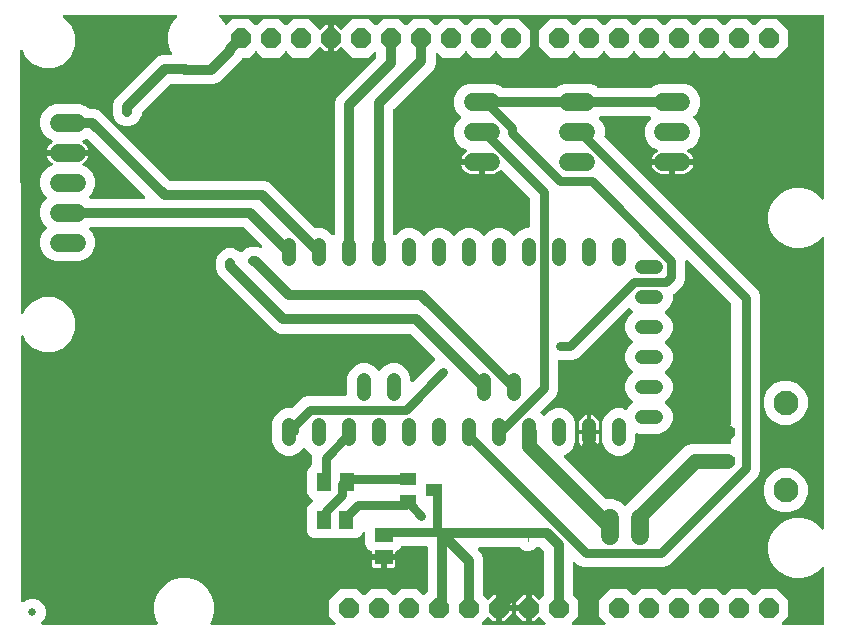
<source format=gbr>
G04 EAGLE Gerber RS-274X export*
G75*
%MOMM*%
%FSLAX34Y34*%
%LPD*%
%INTop Copper*%
%IPPOS*%
%AMOC8*
5,1,8,0,0,1.08239X$1,22.5*%
G01*
%ADD10C,1.524000*%
%ADD11C,1.200000*%
%ADD12P,1.814519X8X22.500000*%
%ADD13R,2.700000X0.700000*%
%ADD14C,2.100000*%
%ADD15R,1.400000X1.000000*%
%ADD16R,1.500000X1.300000*%
%ADD17R,1.300000X1.500000*%
%ADD18C,0.650000*%
%ADD19C,1.016000*%
%ADD20C,1.270000*%
%ADD21C,0.812800*%
%ADD22C,0.100000*%
%ADD23C,0.800000*%
%ADD24C,0.600000*%

G36*
X126552Y11447D02*
X126552Y11447D01*
X126684Y11458D01*
X126710Y11467D01*
X126737Y11471D01*
X126859Y11519D01*
X126985Y11563D01*
X127007Y11578D01*
X127032Y11588D01*
X127139Y11665D01*
X127250Y11739D01*
X127268Y11759D01*
X127290Y11774D01*
X127374Y11877D01*
X127463Y11975D01*
X127475Y11999D01*
X127492Y12019D01*
X127549Y12139D01*
X127610Y12256D01*
X127616Y12283D01*
X127628Y12307D01*
X127653Y12437D01*
X127683Y12566D01*
X127683Y12593D01*
X127688Y12620D01*
X127680Y12752D01*
X127677Y12884D01*
X127670Y12910D01*
X127668Y12937D01*
X127627Y13063D01*
X127592Y13190D01*
X127575Y13225D01*
X127570Y13239D01*
X127558Y13258D01*
X127520Y13335D01*
X126237Y15557D01*
X124499Y22043D01*
X124499Y28757D01*
X126237Y35243D01*
X129594Y41058D01*
X134342Y45806D01*
X140157Y49163D01*
X146643Y50901D01*
X153357Y50901D01*
X159843Y49163D01*
X165658Y45806D01*
X170406Y41058D01*
X173763Y35243D01*
X175501Y28757D01*
X175501Y22043D01*
X173763Y15557D01*
X172480Y13335D01*
X172428Y13212D01*
X172372Y13093D01*
X172367Y13066D01*
X172356Y13041D01*
X172337Y12910D01*
X172312Y12781D01*
X172314Y12754D01*
X172310Y12727D01*
X172324Y12595D01*
X172332Y12463D01*
X172340Y12437D01*
X172343Y12411D01*
X172389Y12286D01*
X172430Y12161D01*
X172444Y12138D01*
X172454Y12112D01*
X172529Y12004D01*
X172600Y11892D01*
X172620Y11873D01*
X172635Y11851D01*
X172735Y11765D01*
X172832Y11674D01*
X172855Y11661D01*
X172876Y11643D01*
X172995Y11584D01*
X173110Y11520D01*
X173136Y11514D01*
X173161Y11502D01*
X173290Y11474D01*
X173418Y11441D01*
X173456Y11439D01*
X173472Y11435D01*
X173494Y11436D01*
X173579Y11431D01*
X277136Y11431D01*
X277274Y11448D01*
X277413Y11461D01*
X277432Y11468D01*
X277452Y11471D01*
X277581Y11522D01*
X277712Y11569D01*
X277729Y11580D01*
X277748Y11588D01*
X277860Y11669D01*
X277975Y11747D01*
X277989Y11763D01*
X278005Y11774D01*
X278094Y11882D01*
X278186Y11986D01*
X278195Y12004D01*
X278208Y12019D01*
X278267Y12145D01*
X278330Y12269D01*
X278335Y12289D01*
X278343Y12307D01*
X278369Y12443D01*
X278400Y12579D01*
X278399Y12600D01*
X278403Y12620D01*
X278394Y12758D01*
X278390Y12897D01*
X278385Y12917D01*
X278383Y12937D01*
X278340Y13069D01*
X278302Y13203D01*
X278292Y13220D01*
X278285Y13239D01*
X278211Y13357D01*
X278140Y13477D01*
X278122Y13498D01*
X278115Y13508D01*
X278100Y13522D01*
X278034Y13598D01*
X273017Y18614D01*
X273017Y32186D01*
X282614Y41783D01*
X296186Y41783D01*
X301203Y36766D01*
X301297Y36693D01*
X301386Y36614D01*
X301422Y36596D01*
X301454Y36571D01*
X301563Y36524D01*
X301669Y36470D01*
X301708Y36461D01*
X301746Y36445D01*
X301863Y36426D01*
X301979Y36400D01*
X302020Y36401D01*
X302060Y36395D01*
X302178Y36406D01*
X302297Y36410D01*
X302336Y36421D01*
X302376Y36425D01*
X302489Y36465D01*
X302603Y36498D01*
X302638Y36519D01*
X302676Y36532D01*
X302774Y36599D01*
X302877Y36660D01*
X302922Y36700D01*
X302939Y36711D01*
X302952Y36726D01*
X302998Y36766D01*
X308014Y41783D01*
X321586Y41783D01*
X326603Y36766D01*
X326697Y36693D01*
X326786Y36614D01*
X326822Y36596D01*
X326854Y36571D01*
X326963Y36524D01*
X327069Y36470D01*
X327108Y36461D01*
X327146Y36445D01*
X327263Y36426D01*
X327379Y36400D01*
X327420Y36401D01*
X327460Y36395D01*
X327578Y36406D01*
X327697Y36410D01*
X327736Y36421D01*
X327776Y36425D01*
X327889Y36465D01*
X328003Y36498D01*
X328038Y36519D01*
X328076Y36532D01*
X328174Y36599D01*
X328277Y36660D01*
X328322Y36700D01*
X328339Y36711D01*
X328352Y36726D01*
X328398Y36766D01*
X333414Y41783D01*
X346986Y41783D01*
X352003Y36766D01*
X352097Y36693D01*
X352186Y36614D01*
X352222Y36596D01*
X352254Y36571D01*
X352363Y36524D01*
X352469Y36470D01*
X352508Y36461D01*
X352546Y36445D01*
X352663Y36426D01*
X352779Y36400D01*
X352820Y36401D01*
X352860Y36395D01*
X352978Y36406D01*
X353097Y36410D01*
X353136Y36421D01*
X353176Y36425D01*
X353288Y36465D01*
X353403Y36498D01*
X353438Y36519D01*
X353476Y36532D01*
X353574Y36599D01*
X353677Y36660D01*
X353722Y36700D01*
X353739Y36711D01*
X353752Y36726D01*
X353798Y36766D01*
X355864Y38832D01*
X355924Y38910D01*
X355992Y38983D01*
X356021Y39036D01*
X356058Y39083D01*
X356098Y39174D01*
X356146Y39261D01*
X356161Y39320D01*
X356185Y39375D01*
X356200Y39473D01*
X356225Y39569D01*
X356231Y39669D01*
X356235Y39689D01*
X356233Y39702D01*
X356235Y39730D01*
X356235Y76730D01*
X356220Y76848D01*
X356213Y76967D01*
X356200Y77005D01*
X356195Y77046D01*
X356152Y77156D01*
X356115Y77269D01*
X356093Y77304D01*
X356078Y77341D01*
X356009Y77437D01*
X355945Y77538D01*
X355915Y77566D01*
X355892Y77599D01*
X355800Y77675D01*
X355713Y77756D01*
X355678Y77776D01*
X355647Y77801D01*
X355539Y77852D01*
X355435Y77910D01*
X355395Y77920D01*
X355359Y77937D01*
X355242Y77959D01*
X355127Y77989D01*
X355067Y77993D01*
X355047Y77997D01*
X355026Y77995D01*
X354966Y77999D01*
X334632Y77999D01*
X334602Y77996D01*
X334573Y77998D01*
X334445Y77976D01*
X334316Y77959D01*
X334289Y77949D01*
X334260Y77944D01*
X334141Y77890D01*
X334020Y77842D01*
X333997Y77825D01*
X333970Y77813D01*
X333868Y77732D01*
X333763Y77656D01*
X333744Y77633D01*
X333721Y77614D01*
X333643Y77511D01*
X333560Y77411D01*
X333548Y77384D01*
X333530Y77360D01*
X333459Y77216D01*
X333256Y76725D01*
X331005Y74475D01*
X329797Y73974D01*
X329772Y73960D01*
X329744Y73951D01*
X329634Y73881D01*
X329521Y73817D01*
X329500Y73796D01*
X329475Y73781D01*
X329386Y73686D01*
X329293Y73596D01*
X329277Y73570D01*
X329257Y73549D01*
X329194Y73435D01*
X329127Y73325D01*
X329118Y73296D01*
X329104Y73270D01*
X329071Y73145D01*
X329033Y73021D01*
X329032Y72991D01*
X329024Y72963D01*
X329014Y72802D01*
X329014Y71297D01*
X320243Y71297D01*
X320125Y71282D01*
X320006Y71274D01*
X319968Y71262D01*
X319928Y71257D01*
X319817Y71213D01*
X319704Y71176D01*
X319670Y71155D01*
X319632Y71140D01*
X319536Y71070D01*
X319435Y71006D01*
X319407Y70977D01*
X319375Y70953D01*
X319299Y70861D01*
X319217Y70774D01*
X319198Y70739D01*
X319172Y70708D01*
X319121Y70600D01*
X319064Y70496D01*
X319054Y70457D01*
X319036Y70420D01*
X319014Y70303D01*
X318984Y70188D01*
X318980Y70128D01*
X318977Y70108D01*
X318978Y70088D01*
X318974Y70027D01*
X318974Y68757D01*
X318972Y68757D01*
X318972Y70027D01*
X318957Y70146D01*
X318950Y70264D01*
X318938Y70303D01*
X318933Y70343D01*
X318889Y70454D01*
X318852Y70567D01*
X318830Y70601D01*
X318815Y70639D01*
X318746Y70735D01*
X318682Y70835D01*
X318652Y70863D01*
X318629Y70896D01*
X318537Y70972D01*
X318450Y71053D01*
X318415Y71073D01*
X318384Y71099D01*
X318276Y71149D01*
X318172Y71207D01*
X318133Y71217D01*
X318096Y71234D01*
X317979Y71257D01*
X317864Y71286D01*
X317804Y71290D01*
X317784Y71294D01*
X317763Y71293D01*
X317703Y71297D01*
X308932Y71297D01*
X308932Y72802D01*
X308929Y72831D01*
X308931Y72861D01*
X308909Y72988D01*
X308893Y73117D01*
X308882Y73145D01*
X308877Y73174D01*
X308823Y73293D01*
X308776Y73413D01*
X308758Y73437D01*
X308746Y73464D01*
X308665Y73566D01*
X308589Y73670D01*
X308566Y73689D01*
X308548Y73712D01*
X308444Y73790D01*
X308344Y73873D01*
X308317Y73886D01*
X308293Y73904D01*
X308149Y73974D01*
X306941Y74475D01*
X304691Y76725D01*
X303472Y79666D01*
X303472Y88860D01*
X303464Y88929D01*
X303465Y88999D01*
X303453Y89049D01*
X303450Y89092D01*
X303439Y89127D01*
X303433Y89175D01*
X303407Y89240D01*
X303391Y89308D01*
X303363Y89360D01*
X303352Y89394D01*
X303336Y89420D01*
X303316Y89471D01*
X303275Y89528D01*
X303242Y89589D01*
X303198Y89637D01*
X303182Y89663D01*
X303164Y89680D01*
X303129Y89728D01*
X303075Y89773D01*
X303028Y89825D01*
X302969Y89863D01*
X302950Y89881D01*
X302933Y89891D01*
X302884Y89931D01*
X302821Y89961D01*
X302762Y89999D01*
X302692Y90024D01*
X302672Y90035D01*
X302656Y90039D01*
X302596Y90067D01*
X302528Y90080D01*
X302462Y90103D01*
X302384Y90109D01*
X302364Y90114D01*
X302342Y90115D01*
X302284Y90127D01*
X302224Y90123D01*
X302203Y90124D01*
X302201Y90124D01*
X302197Y90124D01*
X302145Y90128D01*
X302056Y90112D01*
X301966Y90107D01*
X301904Y90087D01*
X301886Y90084D01*
X301879Y90082D01*
X301831Y90073D01*
X301749Y90036D01*
X301664Y90009D01*
X301612Y89976D01*
X301590Y89967D01*
X301580Y89961D01*
X301541Y89943D01*
X301471Y89887D01*
X301395Y89839D01*
X301357Y89798D01*
X301333Y89781D01*
X301322Y89767D01*
X301293Y89744D01*
X301239Y89672D01*
X301177Y89607D01*
X301154Y89564D01*
X301130Y89536D01*
X301120Y89515D01*
X301102Y89490D01*
X301031Y89346D01*
X300481Y88019D01*
X298230Y85768D01*
X295290Y84550D01*
X279107Y84550D01*
X278184Y84932D01*
X278088Y84958D01*
X277996Y84993D01*
X277936Y85000D01*
X277877Y85016D01*
X277778Y85018D01*
X277680Y85029D01*
X277620Y85020D01*
X277559Y85021D01*
X277463Y84998D01*
X277365Y84984D01*
X277270Y84952D01*
X277250Y84947D01*
X277239Y84941D01*
X277213Y84932D01*
X276290Y84550D01*
X260107Y84550D01*
X257166Y85768D01*
X254916Y88019D01*
X253697Y90959D01*
X253697Y109142D01*
X254916Y112083D01*
X257166Y114333D01*
X258847Y115029D01*
X258968Y115098D01*
X259091Y115163D01*
X259106Y115177D01*
X259123Y115187D01*
X259223Y115284D01*
X259326Y115377D01*
X259337Y115394D01*
X259352Y115408D01*
X259424Y115527D01*
X259501Y115643D01*
X259507Y115662D01*
X259518Y115679D01*
X259559Y115812D01*
X259604Y115944D01*
X259605Y115964D01*
X259611Y115983D01*
X259618Y116122D01*
X259629Y116261D01*
X259626Y116281D01*
X259627Y116301D01*
X259598Y116437D01*
X259575Y116574D01*
X259566Y116593D01*
X259562Y116612D01*
X259501Y116738D01*
X259444Y116864D01*
X259431Y116880D01*
X259423Y116898D01*
X259332Y117004D01*
X259245Y117113D01*
X259229Y117125D01*
X259216Y117140D01*
X259103Y117220D01*
X258991Y117304D01*
X258966Y117316D01*
X258956Y117323D01*
X258937Y117331D01*
X258847Y117375D01*
X257827Y117797D01*
X255576Y120048D01*
X254358Y122989D01*
X254358Y141171D01*
X255576Y144112D01*
X257628Y146164D01*
X257688Y146242D01*
X257756Y146314D01*
X257785Y146367D01*
X257822Y146415D01*
X257862Y146506D01*
X257910Y146592D01*
X257925Y146651D01*
X257949Y146707D01*
X257964Y146805D01*
X257989Y146900D01*
X257995Y147000D01*
X257999Y147021D01*
X257997Y147033D01*
X257999Y147061D01*
X257999Y155166D01*
X257996Y155195D01*
X257998Y155225D01*
X257976Y155353D01*
X257959Y155482D01*
X257949Y155509D01*
X257944Y155538D01*
X257890Y155657D01*
X257842Y155777D01*
X257825Y155801D01*
X257813Y155828D01*
X257732Y155930D01*
X257656Y156035D01*
X257633Y156053D01*
X257614Y156077D01*
X257511Y156155D01*
X257411Y156237D01*
X257384Y156250D01*
X257360Y156268D01*
X257216Y156339D01*
X256269Y156731D01*
X252398Y160602D01*
X252303Y160676D01*
X252214Y160754D01*
X252178Y160773D01*
X252146Y160797D01*
X252037Y160845D01*
X251931Y160899D01*
X251892Y160908D01*
X251854Y160924D01*
X251737Y160942D01*
X251621Y160968D01*
X251580Y160967D01*
X251540Y160974D01*
X251422Y160962D01*
X251303Y160959D01*
X251264Y160948D01*
X251224Y160944D01*
X251111Y160903D01*
X250997Y160870D01*
X250963Y160850D01*
X250924Y160836D01*
X250826Y160769D01*
X250723Y160709D01*
X250678Y160669D01*
X250661Y160658D01*
X250648Y160642D01*
X250603Y160602D01*
X246731Y156731D01*
X241585Y154599D01*
X236015Y154599D01*
X230869Y156731D01*
X226931Y160669D01*
X224799Y165815D01*
X224799Y183385D01*
X226931Y188531D01*
X230869Y192469D01*
X236015Y194601D01*
X240103Y194601D01*
X240202Y194613D01*
X240301Y194616D01*
X240359Y194633D01*
X240419Y194641D01*
X240511Y194677D01*
X240606Y194705D01*
X240658Y194735D01*
X240715Y194758D01*
X240795Y194816D01*
X240880Y194866D01*
X240955Y194932D01*
X240972Y194944D01*
X240980Y194954D01*
X241001Y194972D01*
X249702Y203674D01*
X254113Y205501D01*
X287030Y205501D01*
X287148Y205516D01*
X287267Y205523D01*
X287305Y205536D01*
X287346Y205541D01*
X287456Y205584D01*
X287569Y205621D01*
X287604Y205643D01*
X287641Y205658D01*
X287737Y205727D01*
X287838Y205791D01*
X287866Y205821D01*
X287899Y205844D01*
X287975Y205936D01*
X288056Y206023D01*
X288076Y206058D01*
X288101Y206089D01*
X288152Y206197D01*
X288210Y206301D01*
X288220Y206341D01*
X288237Y206377D01*
X288259Y206494D01*
X288289Y206609D01*
X288293Y206669D01*
X288297Y206689D01*
X288295Y206710D01*
X288299Y206770D01*
X288299Y221485D01*
X290431Y226631D01*
X294369Y230569D01*
X299515Y232701D01*
X305085Y232701D01*
X310231Y230569D01*
X314102Y226698D01*
X314197Y226624D01*
X314286Y226546D01*
X314322Y226527D01*
X314354Y226503D01*
X314463Y226455D01*
X314569Y226401D01*
X314608Y226392D01*
X314646Y226376D01*
X314763Y226358D01*
X314879Y226332D01*
X314920Y226333D01*
X314960Y226326D01*
X315078Y226338D01*
X315197Y226341D01*
X315236Y226352D01*
X315276Y226356D01*
X315389Y226397D01*
X315503Y226430D01*
X315537Y226450D01*
X315576Y226464D01*
X315674Y226531D01*
X315777Y226591D01*
X315822Y226631D01*
X315839Y226642D01*
X315852Y226658D01*
X315897Y226698D01*
X319769Y230569D01*
X324915Y232701D01*
X330485Y232701D01*
X335631Y230569D01*
X339569Y226631D01*
X341701Y221485D01*
X341701Y217737D01*
X341718Y217599D01*
X341731Y217460D01*
X341738Y217441D01*
X341741Y217421D01*
X341792Y217292D01*
X341839Y217161D01*
X341850Y217144D01*
X341858Y217125D01*
X341939Y217013D01*
X342017Y216898D01*
X342033Y216884D01*
X342044Y216868D01*
X342152Y216779D01*
X342256Y216687D01*
X342274Y216678D01*
X342289Y216665D01*
X342415Y216606D01*
X342539Y216543D01*
X342559Y216538D01*
X342577Y216530D01*
X342713Y216504D01*
X342849Y216473D01*
X342870Y216474D01*
X342889Y216470D01*
X343028Y216479D01*
X343167Y216483D01*
X343187Y216488D01*
X343207Y216490D01*
X343339Y216532D01*
X343473Y216571D01*
X343490Y216581D01*
X343509Y216588D01*
X343627Y216662D01*
X343747Y216733D01*
X343768Y216751D01*
X343778Y216758D01*
X343792Y216773D01*
X343867Y216839D01*
X362327Y235299D01*
X362329Y235300D01*
X362333Y235305D01*
X362381Y235352D01*
X362410Y235391D01*
X362479Y235457D01*
X362506Y235500D01*
X362539Y235538D01*
X362567Y235593D01*
X362576Y235604D01*
X362590Y235638D01*
X362646Y235727D01*
X362661Y235776D01*
X362684Y235822D01*
X362699Y235889D01*
X362702Y235895D01*
X362705Y235916D01*
X362708Y235928D01*
X362740Y236031D01*
X362743Y236082D01*
X362754Y236132D01*
X362751Y236207D01*
X362752Y236209D01*
X362751Y236216D01*
X362750Y236240D01*
X362756Y236349D01*
X362746Y236399D01*
X362744Y236450D01*
X362714Y236554D01*
X362692Y236660D01*
X362670Y236706D01*
X362656Y236755D01*
X362601Y236849D01*
X362553Y236946D01*
X362520Y236985D01*
X362494Y237029D01*
X362388Y237150D01*
X341974Y257564D01*
X341896Y257624D01*
X341824Y257692D01*
X341771Y257721D01*
X341723Y257758D01*
X341632Y257798D01*
X341545Y257846D01*
X341487Y257861D01*
X341431Y257885D01*
X341333Y257900D01*
X341238Y257925D01*
X341138Y257931D01*
X341117Y257935D01*
X341105Y257933D01*
X341077Y257935D01*
X231600Y257935D01*
X227166Y259772D01*
X178772Y308166D01*
X176935Y312600D01*
X176935Y320400D01*
X178772Y324834D01*
X182166Y328228D01*
X186600Y330065D01*
X191400Y330065D01*
X195834Y328228D01*
X197103Y326960D01*
X197197Y326887D01*
X197286Y326808D01*
X197322Y326790D01*
X197354Y326765D01*
X197463Y326717D01*
X197569Y326663D01*
X197608Y326654D01*
X197646Y326638D01*
X197763Y326620D01*
X197879Y326594D01*
X197920Y326595D01*
X197960Y326588D01*
X198078Y326600D01*
X198197Y326603D01*
X198236Y326615D01*
X198276Y326618D01*
X198389Y326659D01*
X198503Y326692D01*
X198538Y326712D01*
X198576Y326726D01*
X198674Y326793D01*
X198777Y326853D01*
X198822Y326893D01*
X198839Y326904D01*
X198852Y326920D01*
X198898Y326960D01*
X201666Y329728D01*
X206100Y331565D01*
X212400Y331565D01*
X214653Y330631D01*
X214720Y330613D01*
X214785Y330585D01*
X214873Y330571D01*
X214960Y330547D01*
X215030Y330546D01*
X215099Y330535D01*
X215188Y330544D01*
X215278Y330542D01*
X215346Y330559D01*
X215415Y330565D01*
X215500Y330596D01*
X215587Y330617D01*
X215649Y330649D01*
X215715Y330673D01*
X215789Y330723D01*
X215868Y330765D01*
X215920Y330812D01*
X215978Y330851D01*
X216037Y330919D01*
X216104Y330979D01*
X216142Y331037D01*
X216188Y331090D01*
X216229Y331170D01*
X216278Y331245D01*
X216301Y331311D01*
X216333Y331373D01*
X216352Y331461D01*
X216382Y331546D01*
X216387Y331615D01*
X216402Y331683D01*
X216400Y331773D01*
X216407Y331863D01*
X216395Y331931D01*
X216393Y332001D01*
X216368Y332087D01*
X216352Y332176D01*
X216324Y332240D01*
X216304Y332307D01*
X216259Y332384D01*
X216222Y332466D01*
X216178Y332521D01*
X216143Y332581D01*
X216036Y332701D01*
X200974Y347764D01*
X200896Y347824D01*
X200824Y347892D01*
X200771Y347921D01*
X200723Y347958D01*
X200632Y347998D01*
X200545Y348046D01*
X200487Y348061D01*
X200431Y348085D01*
X200333Y348100D01*
X200238Y348125D01*
X200138Y348131D01*
X200117Y348135D01*
X200105Y348133D01*
X200077Y348135D01*
X70840Y348135D01*
X70703Y348118D01*
X70564Y348105D01*
X70545Y348098D01*
X70524Y348095D01*
X70396Y348044D01*
X70264Y347997D01*
X70248Y347986D01*
X70229Y347978D01*
X70116Y347897D01*
X70001Y347819D01*
X69988Y347803D01*
X69971Y347792D01*
X69883Y347684D01*
X69791Y347580D01*
X69782Y347562D01*
X69769Y347547D01*
X69709Y347421D01*
X69646Y347297D01*
X69642Y347277D01*
X69633Y347259D01*
X69607Y347123D01*
X69577Y346987D01*
X69577Y346966D01*
X69573Y346947D01*
X69582Y346808D01*
X69586Y346669D01*
X69592Y346649D01*
X69593Y346629D01*
X69636Y346497D01*
X69675Y346363D01*
X69685Y346346D01*
X69691Y346327D01*
X69766Y346209D01*
X69836Y346089D01*
X69855Y346068D01*
X69861Y346058D01*
X69876Y346044D01*
X69943Y345969D01*
X72263Y343648D01*
X74641Y337907D01*
X74641Y331693D01*
X72263Y325952D01*
X67868Y321557D01*
X62127Y319179D01*
X40673Y319179D01*
X34932Y321557D01*
X30537Y325952D01*
X28159Y331693D01*
X28159Y337907D01*
X30537Y343648D01*
X33491Y346602D01*
X33565Y346697D01*
X33643Y346786D01*
X33662Y346822D01*
X33686Y346854D01*
X33734Y346963D01*
X33788Y347069D01*
X33797Y347108D01*
X33813Y347146D01*
X33831Y347263D01*
X33857Y347379D01*
X33856Y347420D01*
X33863Y347460D01*
X33851Y347578D01*
X33848Y347697D01*
X33837Y347736D01*
X33833Y347776D01*
X33792Y347889D01*
X33759Y348003D01*
X33739Y348037D01*
X33725Y348076D01*
X33658Y348174D01*
X33598Y348277D01*
X33558Y348322D01*
X33547Y348339D01*
X33531Y348352D01*
X33491Y348397D01*
X30537Y351352D01*
X28159Y357093D01*
X28159Y363307D01*
X30537Y369048D01*
X33491Y372002D01*
X33565Y372097D01*
X33643Y372186D01*
X33662Y372222D01*
X33686Y372254D01*
X33734Y372363D01*
X33788Y372469D01*
X33797Y372508D01*
X33813Y372546D01*
X33831Y372663D01*
X33857Y372779D01*
X33856Y372820D01*
X33863Y372860D01*
X33851Y372978D01*
X33848Y373097D01*
X33837Y373136D01*
X33833Y373176D01*
X33792Y373289D01*
X33759Y373403D01*
X33739Y373437D01*
X33725Y373476D01*
X33658Y373574D01*
X33598Y373677D01*
X33558Y373722D01*
X33547Y373739D01*
X33531Y373752D01*
X33491Y373797D01*
X30537Y376752D01*
X28159Y382493D01*
X28159Y388707D01*
X30537Y394448D01*
X34932Y398843D01*
X38121Y400164D01*
X38250Y400237D01*
X38381Y400309D01*
X38388Y400316D01*
X38397Y400321D01*
X38504Y400425D01*
X38613Y400527D01*
X38618Y400535D01*
X38626Y400542D01*
X38703Y400669D01*
X38783Y400795D01*
X38786Y400805D01*
X38792Y400814D01*
X38836Y400956D01*
X38882Y401097D01*
X38882Y401108D01*
X38885Y401118D01*
X38892Y401266D01*
X38902Y401415D01*
X38900Y401425D01*
X38901Y401435D01*
X38870Y401581D01*
X38843Y401727D01*
X38838Y401737D01*
X38836Y401747D01*
X38770Y401881D01*
X38708Y402015D01*
X38701Y402023D01*
X38697Y402032D01*
X38600Y402145D01*
X38505Y402260D01*
X38494Y402269D01*
X38490Y402274D01*
X38478Y402283D01*
X38381Y402363D01*
X37161Y403250D01*
X36030Y404381D01*
X35090Y405675D01*
X34364Y407100D01*
X33921Y408461D01*
X50130Y408461D01*
X50248Y408476D01*
X50367Y408483D01*
X50405Y408496D01*
X50445Y408501D01*
X50556Y408544D01*
X50669Y408581D01*
X50703Y408603D01*
X50741Y408618D01*
X50837Y408688D01*
X50938Y408751D01*
X50966Y408781D01*
X50998Y408804D01*
X51074Y408896D01*
X51156Y408983D01*
X51175Y409018D01*
X51201Y409049D01*
X51252Y409157D01*
X51309Y409261D01*
X51320Y409301D01*
X51337Y409337D01*
X51359Y409454D01*
X51389Y409569D01*
X51393Y409630D01*
X51397Y409650D01*
X51395Y409670D01*
X51399Y409730D01*
X51399Y412270D01*
X51384Y412388D01*
X51377Y412507D01*
X51364Y412545D01*
X51359Y412585D01*
X51315Y412696D01*
X51279Y412809D01*
X51257Y412844D01*
X51242Y412881D01*
X51172Y412977D01*
X51109Y413078D01*
X51079Y413106D01*
X51055Y413139D01*
X50964Y413214D01*
X50877Y413296D01*
X50842Y413316D01*
X50810Y413341D01*
X50703Y413392D01*
X50598Y413450D01*
X50559Y413460D01*
X50523Y413477D01*
X50406Y413499D01*
X50291Y413529D01*
X50230Y413533D01*
X50210Y413537D01*
X50190Y413535D01*
X50130Y413539D01*
X33921Y413539D01*
X34364Y414900D01*
X35090Y416325D01*
X36030Y417619D01*
X37161Y418750D01*
X38381Y419637D01*
X38489Y419738D01*
X38600Y419839D01*
X38606Y419848D01*
X38613Y419855D01*
X38693Y419980D01*
X38775Y420105D01*
X38778Y420114D01*
X38783Y420123D01*
X38830Y420265D01*
X38878Y420405D01*
X38879Y420416D01*
X38882Y420425D01*
X38891Y420573D01*
X38903Y420722D01*
X38901Y420733D01*
X38902Y420743D01*
X38874Y420889D01*
X38849Y421036D01*
X38844Y421045D01*
X38842Y421055D01*
X38779Y421190D01*
X38718Y421326D01*
X38712Y421334D01*
X38707Y421343D01*
X38613Y421458D01*
X38519Y421574D01*
X38511Y421580D01*
X38505Y421588D01*
X38384Y421676D01*
X38265Y421765D01*
X38253Y421772D01*
X38248Y421775D01*
X38234Y421781D01*
X38121Y421836D01*
X34932Y423157D01*
X30537Y427552D01*
X28159Y433293D01*
X28159Y439507D01*
X30537Y445248D01*
X34932Y449643D01*
X40673Y452021D01*
X62127Y452021D01*
X67868Y449643D01*
X68675Y448836D01*
X68753Y448776D01*
X68825Y448708D01*
X68878Y448679D01*
X68926Y448642D01*
X69017Y448602D01*
X69103Y448554D01*
X69162Y448539D01*
X69218Y448515D01*
X69316Y448500D01*
X69411Y448475D01*
X69511Y448469D01*
X69532Y448465D01*
X69544Y448467D01*
X69572Y448465D01*
X74500Y448465D01*
X78934Y446628D01*
X138126Y387436D01*
X138204Y387376D01*
X138276Y387308D01*
X138329Y387279D01*
X138377Y387242D01*
X138468Y387202D01*
X138555Y387154D01*
X138613Y387139D01*
X138669Y387115D01*
X138767Y387100D01*
X138862Y387075D01*
X138962Y387069D01*
X138983Y387065D01*
X138995Y387067D01*
X139023Y387065D01*
X218600Y387065D01*
X223034Y385228D01*
X260890Y347372D01*
X260968Y347312D01*
X261040Y347244D01*
X261093Y347215D01*
X261141Y347178D01*
X261232Y347138D01*
X261319Y347090D01*
X261377Y347075D01*
X261433Y347051D01*
X261531Y347036D01*
X261626Y347011D01*
X261726Y347005D01*
X261747Y347001D01*
X261759Y347003D01*
X261787Y347001D01*
X266985Y347001D01*
X272131Y344869D01*
X275369Y341631D01*
X275478Y341546D01*
X275585Y341458D01*
X275604Y341449D01*
X275620Y341437D01*
X275748Y341381D01*
X275873Y341322D01*
X275893Y341318D01*
X275912Y341310D01*
X276050Y341288D01*
X276186Y341262D01*
X276206Y341264D01*
X276226Y341260D01*
X276365Y341273D01*
X276503Y341282D01*
X276522Y341288D01*
X276542Y341290D01*
X276674Y341337D01*
X276805Y341380D01*
X276823Y341391D01*
X276842Y341398D01*
X276957Y341476D01*
X277074Y341550D01*
X277088Y341565D01*
X277105Y341576D01*
X277197Y341681D01*
X277292Y341782D01*
X277302Y341800D01*
X277315Y341815D01*
X277379Y341939D01*
X277446Y342060D01*
X277451Y342080D01*
X277460Y342098D01*
X277490Y342234D01*
X277525Y342368D01*
X277527Y342396D01*
X277530Y342408D01*
X277529Y342429D01*
X277535Y342529D01*
X277535Y454000D01*
X279372Y458434D01*
X312524Y491586D01*
X312584Y491664D01*
X312652Y491736D01*
X312674Y491776D01*
X312691Y491796D01*
X312697Y491809D01*
X312718Y491837D01*
X312758Y491928D01*
X312806Y492015D01*
X312820Y492070D01*
X312826Y492084D01*
X312827Y492088D01*
X312845Y492129D01*
X312860Y492227D01*
X312885Y492322D01*
X312891Y492422D01*
X312895Y492443D01*
X312893Y492455D01*
X312895Y492483D01*
X312895Y495102D01*
X312878Y495240D01*
X312865Y495379D01*
X312858Y495398D01*
X312855Y495418D01*
X312804Y495547D01*
X312757Y495678D01*
X312746Y495695D01*
X312738Y495714D01*
X312657Y495826D01*
X312579Y495941D01*
X312563Y495955D01*
X312552Y495971D01*
X312444Y496060D01*
X312340Y496152D01*
X312322Y496161D01*
X312307Y496174D01*
X312181Y496233D01*
X312057Y496296D01*
X312037Y496301D01*
X312019Y496309D01*
X311883Y496335D01*
X311747Y496366D01*
X311726Y496365D01*
X311707Y496369D01*
X311568Y496360D01*
X311429Y496356D01*
X311409Y496351D01*
X311389Y496349D01*
X311257Y496307D01*
X311123Y496268D01*
X311106Y496258D01*
X311087Y496251D01*
X310969Y496177D01*
X310849Y496106D01*
X310828Y496088D01*
X310818Y496081D01*
X310804Y496066D01*
X310729Y496000D01*
X306346Y491617D01*
X292774Y491617D01*
X283897Y500495D01*
X283803Y500568D01*
X283713Y500646D01*
X283677Y500665D01*
X283645Y500690D01*
X283536Y500737D01*
X283430Y500791D01*
X283391Y500800D01*
X283354Y500816D01*
X283236Y500835D01*
X283120Y500861D01*
X283080Y500859D01*
X283039Y500866D01*
X282921Y500855D01*
X282802Y500851D01*
X282763Y500840D01*
X282723Y500836D01*
X282611Y500796D01*
X282496Y500763D01*
X282462Y500742D01*
X282424Y500728D01*
X282325Y500661D01*
X282223Y500601D01*
X282177Y500561D01*
X282160Y500550D01*
X282147Y500534D01*
X282102Y500495D01*
X278684Y497077D01*
X276659Y497077D01*
X276659Y506770D01*
X276644Y506888D01*
X276637Y507007D01*
X276624Y507045D01*
X276619Y507085D01*
X276576Y507196D01*
X276539Y507309D01*
X276517Y507343D01*
X276502Y507381D01*
X276433Y507477D01*
X276369Y507578D01*
X276339Y507606D01*
X276316Y507638D01*
X276224Y507714D01*
X276137Y507796D01*
X276102Y507815D01*
X276071Y507841D01*
X275963Y507892D01*
X275859Y507949D01*
X275819Y507959D01*
X275783Y507977D01*
X275676Y507997D01*
X275706Y508001D01*
X275816Y508045D01*
X275929Y508081D01*
X275964Y508103D01*
X276001Y508118D01*
X276097Y508188D01*
X276198Y508251D01*
X276226Y508281D01*
X276259Y508305D01*
X276335Y508396D01*
X276416Y508483D01*
X276436Y508518D01*
X276461Y508550D01*
X276512Y508657D01*
X276570Y508762D01*
X276580Y508801D01*
X276597Y508837D01*
X276619Y508954D01*
X276649Y509070D01*
X276653Y509130D01*
X276657Y509150D01*
X276655Y509170D01*
X276659Y509230D01*
X276659Y518923D01*
X278684Y518923D01*
X282102Y515505D01*
X282196Y515432D01*
X282285Y515354D01*
X282321Y515335D01*
X282353Y515310D01*
X282462Y515263D01*
X282568Y515209D01*
X282608Y515200D01*
X282645Y515184D01*
X282763Y515165D01*
X282879Y515139D01*
X282919Y515141D01*
X282959Y515134D01*
X283078Y515145D01*
X283196Y515149D01*
X283235Y515160D01*
X283276Y515164D01*
X283388Y515204D01*
X283502Y515237D01*
X283537Y515258D01*
X283575Y515272D01*
X283674Y515339D01*
X283776Y515399D01*
X283821Y515439D01*
X283838Y515450D01*
X283851Y515466D01*
X283897Y515505D01*
X292774Y524383D01*
X306346Y524383D01*
X311363Y519366D01*
X311457Y519293D01*
X311546Y519214D01*
X311582Y519196D01*
X311614Y519171D01*
X311723Y519124D01*
X311829Y519070D01*
X311868Y519061D01*
X311906Y519045D01*
X312023Y519026D01*
X312139Y519000D01*
X312180Y519001D01*
X312220Y518995D01*
X312338Y519006D01*
X312457Y519010D01*
X312496Y519021D01*
X312536Y519025D01*
X312649Y519065D01*
X312763Y519098D01*
X312798Y519119D01*
X312836Y519132D01*
X312934Y519199D01*
X313037Y519260D01*
X313082Y519300D01*
X313099Y519311D01*
X313112Y519326D01*
X313158Y519366D01*
X318174Y524383D01*
X331746Y524383D01*
X336763Y519366D01*
X336857Y519293D01*
X336946Y519214D01*
X336982Y519196D01*
X337014Y519171D01*
X337123Y519124D01*
X337229Y519070D01*
X337268Y519061D01*
X337306Y519045D01*
X337423Y519026D01*
X337539Y519000D01*
X337580Y519001D01*
X337620Y518995D01*
X337738Y519006D01*
X337857Y519010D01*
X337896Y519021D01*
X337936Y519025D01*
X338049Y519065D01*
X338163Y519098D01*
X338198Y519119D01*
X338236Y519132D01*
X338334Y519199D01*
X338437Y519260D01*
X338482Y519300D01*
X338499Y519311D01*
X338512Y519326D01*
X338558Y519366D01*
X343574Y524383D01*
X357146Y524383D01*
X362163Y519366D01*
X362257Y519293D01*
X362346Y519214D01*
X362382Y519196D01*
X362414Y519171D01*
X362523Y519124D01*
X362629Y519070D01*
X362668Y519061D01*
X362706Y519045D01*
X362823Y519026D01*
X362939Y519000D01*
X362980Y519001D01*
X363020Y518995D01*
X363138Y519006D01*
X363257Y519010D01*
X363296Y519021D01*
X363336Y519025D01*
X363449Y519065D01*
X363563Y519098D01*
X363598Y519119D01*
X363636Y519132D01*
X363734Y519199D01*
X363837Y519260D01*
X363882Y519300D01*
X363899Y519311D01*
X363912Y519326D01*
X363958Y519366D01*
X368974Y524383D01*
X382546Y524383D01*
X387563Y519366D01*
X387657Y519293D01*
X387746Y519214D01*
X387782Y519196D01*
X387814Y519171D01*
X387923Y519124D01*
X388029Y519070D01*
X388068Y519061D01*
X388106Y519045D01*
X388223Y519026D01*
X388339Y519000D01*
X388380Y519001D01*
X388420Y518995D01*
X388538Y519006D01*
X388657Y519010D01*
X388696Y519021D01*
X388736Y519025D01*
X388849Y519065D01*
X388963Y519098D01*
X388998Y519119D01*
X389036Y519132D01*
X389134Y519199D01*
X389237Y519260D01*
X389282Y519300D01*
X389299Y519311D01*
X389312Y519326D01*
X389358Y519366D01*
X394374Y524383D01*
X407946Y524383D01*
X412963Y519366D01*
X413057Y519293D01*
X413146Y519214D01*
X413182Y519196D01*
X413214Y519171D01*
X413323Y519124D01*
X413429Y519070D01*
X413468Y519061D01*
X413506Y519045D01*
X413623Y519026D01*
X413739Y519000D01*
X413780Y519001D01*
X413820Y518995D01*
X413938Y519006D01*
X414057Y519010D01*
X414096Y519021D01*
X414136Y519025D01*
X414249Y519065D01*
X414363Y519098D01*
X414398Y519119D01*
X414436Y519132D01*
X414534Y519199D01*
X414637Y519260D01*
X414682Y519300D01*
X414699Y519311D01*
X414712Y519326D01*
X414758Y519366D01*
X419774Y524383D01*
X433346Y524383D01*
X442943Y514786D01*
X442943Y501214D01*
X433346Y491617D01*
X419774Y491617D01*
X414758Y496634D01*
X414663Y496707D01*
X414574Y496786D01*
X414538Y496804D01*
X414506Y496829D01*
X414397Y496876D01*
X414291Y496930D01*
X414252Y496939D01*
X414214Y496955D01*
X414097Y496974D01*
X413981Y497000D01*
X413940Y496999D01*
X413900Y497005D01*
X413782Y496994D01*
X413663Y496990D01*
X413624Y496979D01*
X413584Y496975D01*
X413471Y496935D01*
X413357Y496902D01*
X413323Y496881D01*
X413284Y496868D01*
X413186Y496801D01*
X413083Y496740D01*
X413038Y496700D01*
X413021Y496689D01*
X413008Y496674D01*
X412963Y496634D01*
X407946Y491617D01*
X394374Y491617D01*
X389358Y496634D01*
X389263Y496707D01*
X389174Y496786D01*
X389138Y496804D01*
X389106Y496829D01*
X388997Y496876D01*
X388891Y496930D01*
X388852Y496939D01*
X388814Y496955D01*
X388697Y496974D01*
X388581Y497000D01*
X388540Y496999D01*
X388500Y497005D01*
X388382Y496994D01*
X388263Y496990D01*
X388224Y496979D01*
X388184Y496975D01*
X388071Y496935D01*
X387957Y496902D01*
X387923Y496881D01*
X387884Y496868D01*
X387786Y496801D01*
X387683Y496740D01*
X387638Y496700D01*
X387621Y496689D01*
X387608Y496674D01*
X387563Y496634D01*
X382546Y491617D01*
X368974Y491617D01*
X365231Y495360D01*
X365122Y495445D01*
X365015Y495534D01*
X364996Y495542D01*
X364980Y495555D01*
X364852Y495610D01*
X364727Y495669D01*
X364707Y495673D01*
X364688Y495681D01*
X364550Y495703D01*
X364414Y495729D01*
X364394Y495728D01*
X364374Y495731D01*
X364235Y495718D01*
X364097Y495709D01*
X364078Y495703D01*
X364058Y495701D01*
X363926Y495654D01*
X363795Y495611D01*
X363777Y495600D01*
X363758Y495594D01*
X363643Y495516D01*
X363526Y495441D01*
X363512Y495426D01*
X363495Y495415D01*
X363403Y495311D01*
X363308Y495210D01*
X363298Y495192D01*
X363285Y495177D01*
X363221Y495052D01*
X363154Y494931D01*
X363149Y494911D01*
X363140Y494893D01*
X363110Y494758D01*
X363075Y494623D01*
X363073Y494595D01*
X363070Y494583D01*
X363071Y494563D01*
X363065Y494462D01*
X363065Y486600D01*
X361228Y482166D01*
X327436Y448374D01*
X327376Y448296D01*
X327308Y448224D01*
X327279Y448171D01*
X327242Y448123D01*
X327202Y448032D01*
X327154Y447945D01*
X327139Y447887D01*
X327115Y447831D01*
X327100Y447733D01*
X327075Y447638D01*
X327069Y447538D01*
X327065Y447517D01*
X327067Y447505D01*
X327065Y447477D01*
X327065Y342529D01*
X327082Y342392D01*
X327095Y342253D01*
X327102Y342233D01*
X327105Y342213D01*
X327156Y342085D01*
X327203Y341953D01*
X327214Y341937D01*
X327222Y341918D01*
X327303Y341805D01*
X327381Y341690D01*
X327397Y341677D01*
X327408Y341660D01*
X327516Y341572D01*
X327620Y341480D01*
X327638Y341471D01*
X327653Y341458D01*
X327779Y341398D01*
X327903Y341335D01*
X327923Y341331D01*
X327941Y341322D01*
X328077Y341296D01*
X328213Y341265D01*
X328234Y341266D01*
X328253Y341262D01*
X328392Y341271D01*
X328531Y341275D01*
X328551Y341281D01*
X328571Y341282D01*
X328703Y341325D01*
X328837Y341364D01*
X328854Y341374D01*
X328873Y341380D01*
X328991Y341455D01*
X329111Y341525D01*
X329132Y341544D01*
X329142Y341550D01*
X329156Y341565D01*
X329231Y341631D01*
X332469Y344869D01*
X337615Y347001D01*
X343185Y347001D01*
X348331Y344869D01*
X352203Y340998D01*
X352297Y340924D01*
X352386Y340846D01*
X352422Y340827D01*
X352454Y340803D01*
X352563Y340755D01*
X352669Y340701D01*
X352708Y340692D01*
X352746Y340676D01*
X352863Y340658D01*
X352979Y340632D01*
X353020Y340633D01*
X353060Y340626D01*
X353178Y340638D01*
X353297Y340641D01*
X353336Y340652D01*
X353376Y340656D01*
X353489Y340697D01*
X353603Y340730D01*
X353638Y340750D01*
X353676Y340764D01*
X353774Y340831D01*
X353877Y340891D01*
X353922Y340931D01*
X353939Y340942D01*
X353952Y340958D01*
X353998Y340998D01*
X357869Y344869D01*
X363015Y347001D01*
X368585Y347001D01*
X373731Y344869D01*
X377603Y340998D01*
X377697Y340924D01*
X377786Y340846D01*
X377822Y340827D01*
X377854Y340803D01*
X377963Y340755D01*
X378069Y340701D01*
X378108Y340692D01*
X378146Y340676D01*
X378263Y340658D01*
X378379Y340632D01*
X378420Y340633D01*
X378460Y340626D01*
X378578Y340638D01*
X378697Y340641D01*
X378736Y340652D01*
X378776Y340656D01*
X378889Y340697D01*
X379003Y340730D01*
X379038Y340750D01*
X379076Y340764D01*
X379174Y340831D01*
X379277Y340891D01*
X379322Y340931D01*
X379339Y340942D01*
X379352Y340958D01*
X379398Y340998D01*
X383269Y344869D01*
X388415Y347001D01*
X393985Y347001D01*
X399131Y344869D01*
X403003Y340998D01*
X403097Y340924D01*
X403186Y340846D01*
X403222Y340827D01*
X403254Y340803D01*
X403363Y340755D01*
X403469Y340701D01*
X403508Y340692D01*
X403546Y340676D01*
X403663Y340658D01*
X403779Y340632D01*
X403820Y340633D01*
X403860Y340626D01*
X403978Y340638D01*
X404097Y340641D01*
X404136Y340652D01*
X404176Y340656D01*
X404289Y340697D01*
X404403Y340730D01*
X404438Y340750D01*
X404476Y340764D01*
X404574Y340831D01*
X404677Y340891D01*
X404722Y340931D01*
X404739Y340942D01*
X404752Y340958D01*
X404798Y340998D01*
X408669Y344869D01*
X413815Y347001D01*
X419385Y347001D01*
X424531Y344869D01*
X428403Y340998D01*
X428497Y340924D01*
X428586Y340846D01*
X428622Y340827D01*
X428654Y340803D01*
X428763Y340755D01*
X428869Y340701D01*
X428908Y340692D01*
X428946Y340676D01*
X429063Y340658D01*
X429179Y340632D01*
X429220Y340633D01*
X429260Y340626D01*
X429378Y340638D01*
X429497Y340641D01*
X429536Y340652D01*
X429576Y340656D01*
X429689Y340697D01*
X429803Y340730D01*
X429838Y340750D01*
X429876Y340764D01*
X429974Y340831D01*
X430077Y340891D01*
X430122Y340931D01*
X430139Y340942D01*
X430152Y340958D01*
X430198Y340998D01*
X434069Y344869D01*
X439215Y347001D01*
X441230Y347001D01*
X441348Y347016D01*
X441467Y347023D01*
X441505Y347036D01*
X441546Y347041D01*
X441656Y347084D01*
X441769Y347121D01*
X441804Y347143D01*
X441841Y347158D01*
X441937Y347227D01*
X442038Y347291D01*
X442066Y347321D01*
X442099Y347344D01*
X442175Y347436D01*
X442256Y347523D01*
X442276Y347558D01*
X442301Y347589D01*
X442352Y347697D01*
X442410Y347801D01*
X442420Y347841D01*
X442437Y347877D01*
X442459Y347994D01*
X442489Y348109D01*
X442493Y348169D01*
X442497Y348189D01*
X442495Y348210D01*
X442499Y348270D01*
X442499Y372503D01*
X442487Y372602D01*
X442484Y372701D01*
X442467Y372759D01*
X442459Y372819D01*
X442423Y372911D01*
X442395Y373006D01*
X442365Y373058D01*
X442342Y373115D01*
X442284Y373195D01*
X442234Y373280D01*
X442168Y373355D01*
X442156Y373372D01*
X442146Y373380D01*
X442128Y373401D01*
X419107Y396421D01*
X419013Y396494D01*
X418924Y396573D01*
X418888Y396591D01*
X418856Y396616D01*
X418746Y396664D01*
X418641Y396718D01*
X418601Y396726D01*
X418564Y396743D01*
X418446Y396761D01*
X418330Y396787D01*
X418290Y396786D01*
X418250Y396792D01*
X418131Y396781D01*
X418012Y396778D01*
X417974Y396766D01*
X417933Y396763D01*
X417821Y396722D01*
X417707Y396689D01*
X417672Y396669D01*
X417634Y396655D01*
X417536Y396588D01*
X417433Y396528D01*
X417388Y396488D01*
X417371Y396476D01*
X417357Y396461D01*
X417312Y396421D01*
X416258Y395367D01*
X414964Y394427D01*
X413539Y393701D01*
X412018Y393206D01*
X410438Y392956D01*
X404558Y392956D01*
X404558Y401847D01*
X404543Y401965D01*
X404535Y402084D01*
X404523Y402122D01*
X404518Y402162D01*
X404474Y402273D01*
X404437Y402386D01*
X404416Y402421D01*
X404401Y402458D01*
X404331Y402554D01*
X404267Y402655D01*
X404238Y402683D01*
X404214Y402715D01*
X404122Y402791D01*
X404036Y402873D01*
X404000Y402892D01*
X403969Y402918D01*
X403861Y402969D01*
X403757Y403026D01*
X403718Y403037D01*
X403681Y403054D01*
X403565Y403076D01*
X403449Y403106D01*
X403389Y403110D01*
X403369Y403114D01*
X403349Y403112D01*
X403288Y403116D01*
X402018Y403116D01*
X402018Y404387D01*
X402003Y404505D01*
X401995Y404624D01*
X401983Y404662D01*
X401978Y404703D01*
X401934Y404813D01*
X401897Y404926D01*
X401876Y404961D01*
X401861Y404998D01*
X401791Y405094D01*
X401727Y405195D01*
X401698Y405223D01*
X401674Y405256D01*
X401582Y405331D01*
X401495Y405413D01*
X401460Y405433D01*
X401429Y405458D01*
X401321Y405509D01*
X401217Y405567D01*
X401178Y405577D01*
X401141Y405594D01*
X401024Y405616D01*
X400909Y405646D01*
X400849Y405650D01*
X400829Y405654D01*
X400809Y405652D01*
X400748Y405656D01*
X384540Y405656D01*
X384982Y407017D01*
X385708Y408442D01*
X386648Y409736D01*
X387779Y410867D01*
X389000Y411754D01*
X389108Y411855D01*
X389218Y411956D01*
X389224Y411965D01*
X389232Y411972D01*
X389311Y412097D01*
X389393Y412222D01*
X389396Y412231D01*
X389402Y412240D01*
X389448Y412382D01*
X389496Y412522D01*
X389497Y412533D01*
X389500Y412542D01*
X389510Y412691D01*
X389522Y412839D01*
X389520Y412850D01*
X389520Y412860D01*
X389493Y413005D01*
X389467Y413153D01*
X389463Y413162D01*
X389461Y413172D01*
X389398Y413307D01*
X389337Y413443D01*
X389330Y413451D01*
X389326Y413460D01*
X389231Y413575D01*
X389138Y413691D01*
X389130Y413697D01*
X389123Y413705D01*
X389003Y413793D01*
X388884Y413882D01*
X388871Y413889D01*
X388866Y413892D01*
X388853Y413898D01*
X388739Y413953D01*
X385550Y415274D01*
X381156Y419669D01*
X378778Y425410D01*
X378778Y431624D01*
X381156Y437365D01*
X384110Y440320D01*
X384183Y440414D01*
X384262Y440503D01*
X384280Y440539D01*
X384305Y440571D01*
X384352Y440680D01*
X384406Y440786D01*
X384415Y440825D01*
X384431Y440863D01*
X384450Y440980D01*
X384476Y441096D01*
X384475Y441137D01*
X384481Y441177D01*
X384470Y441295D01*
X384466Y441414D01*
X384455Y441453D01*
X384451Y441493D01*
X384411Y441606D01*
X384378Y441720D01*
X384357Y441755D01*
X384344Y441793D01*
X384277Y441891D01*
X384216Y441994D01*
X384177Y442039D01*
X384165Y442056D01*
X384150Y442069D01*
X384110Y442115D01*
X381156Y445069D01*
X378778Y450810D01*
X378778Y457024D01*
X381156Y462765D01*
X385550Y467160D01*
X391291Y469538D01*
X412746Y469538D01*
X418487Y467160D01*
X419293Y466354D01*
X419371Y466293D01*
X419443Y466225D01*
X419497Y466196D01*
X419544Y466159D01*
X419635Y466119D01*
X419722Y466071D01*
X419781Y466056D01*
X419836Y466032D01*
X419934Y466017D01*
X420030Y465992D01*
X420130Y465986D01*
X420150Y465982D01*
X420163Y465984D01*
X420191Y465982D01*
X464580Y465982D01*
X464678Y465994D01*
X464778Y465997D01*
X464836Y466014D01*
X464896Y466022D01*
X464988Y466058D01*
X465083Y466086D01*
X465135Y466116D01*
X465192Y466139D01*
X465272Y466197D01*
X465357Y466247D01*
X465432Y466313D01*
X465449Y466325D01*
X465457Y466335D01*
X465478Y466354D01*
X466284Y467160D01*
X472025Y469538D01*
X493480Y469538D01*
X499221Y467160D01*
X500027Y466354D01*
X500105Y466293D01*
X500177Y466225D01*
X500230Y466196D01*
X500278Y466159D01*
X500369Y466119D01*
X500456Y466071D01*
X500514Y466056D01*
X500570Y466032D01*
X500668Y466017D01*
X500764Y465992D01*
X500864Y465986D01*
X500884Y465982D01*
X500896Y465984D01*
X500924Y465982D01*
X545314Y465982D01*
X545412Y465994D01*
X545511Y465997D01*
X545570Y466014D01*
X545630Y466022D01*
X545722Y466058D01*
X545817Y466086D01*
X545869Y466116D01*
X545925Y466139D01*
X546005Y466197D01*
X546091Y466247D01*
X546166Y466313D01*
X546183Y466325D01*
X546191Y466335D01*
X546212Y466354D01*
X547018Y467160D01*
X552759Y469538D01*
X574213Y469538D01*
X579955Y467160D01*
X584349Y462765D01*
X586727Y457024D01*
X586727Y450810D01*
X584349Y445069D01*
X581395Y442115D01*
X581322Y442020D01*
X581243Y441931D01*
X581225Y441895D01*
X581200Y441863D01*
X581153Y441754D01*
X581098Y441648D01*
X581090Y441609D01*
X581074Y441571D01*
X581055Y441454D01*
X581029Y441338D01*
X581030Y441297D01*
X581024Y441257D01*
X581035Y441139D01*
X581038Y441020D01*
X581050Y440981D01*
X581053Y440941D01*
X581094Y440829D01*
X581127Y440714D01*
X581147Y440680D01*
X581161Y440641D01*
X581228Y440543D01*
X581288Y440440D01*
X581328Y440395D01*
X581340Y440378D01*
X581355Y440365D01*
X581395Y440320D01*
X584349Y437365D01*
X586727Y431624D01*
X586727Y425410D01*
X584349Y419669D01*
X579955Y415274D01*
X576765Y413953D01*
X576636Y413880D01*
X576506Y413808D01*
X576498Y413801D01*
X576489Y413796D01*
X576382Y413692D01*
X576274Y413590D01*
X576268Y413582D01*
X576261Y413575D01*
X576183Y413448D01*
X576103Y413322D01*
X576100Y413312D01*
X576094Y413303D01*
X576051Y413161D01*
X576005Y413020D01*
X576004Y413009D01*
X576001Y412999D01*
X575994Y412851D01*
X575984Y412702D01*
X575986Y412692D01*
X575986Y412682D01*
X576016Y412536D01*
X576044Y412390D01*
X576048Y412381D01*
X576050Y412370D01*
X576116Y412236D01*
X576179Y412102D01*
X576185Y412094D01*
X576190Y412085D01*
X576287Y411971D01*
X576381Y411857D01*
X576392Y411848D01*
X576396Y411843D01*
X576408Y411834D01*
X576505Y411754D01*
X577725Y410867D01*
X578856Y409736D01*
X579796Y408442D01*
X580523Y407017D01*
X580965Y405656D01*
X564756Y405656D01*
X564638Y405641D01*
X564519Y405634D01*
X564481Y405621D01*
X564441Y405616D01*
X564330Y405573D01*
X564217Y405536D01*
X564183Y405514D01*
X564145Y405499D01*
X564049Y405429D01*
X563948Y405366D01*
X563921Y405336D01*
X563888Y405313D01*
X563812Y405221D01*
X563730Y405134D01*
X563711Y405099D01*
X563685Y405068D01*
X563634Y404960D01*
X563577Y404856D01*
X563567Y404816D01*
X563549Y404780D01*
X563527Y404663D01*
X563497Y404548D01*
X563494Y404487D01*
X563490Y404467D01*
X563491Y404447D01*
X563487Y404387D01*
X563487Y403116D01*
X563485Y403116D01*
X563485Y404387D01*
X563470Y404505D01*
X563463Y404624D01*
X563451Y404662D01*
X563446Y404703D01*
X563402Y404813D01*
X563365Y404926D01*
X563343Y404961D01*
X563328Y404998D01*
X563259Y405094D01*
X563195Y405195D01*
X563165Y405223D01*
X563142Y405256D01*
X563050Y405331D01*
X562963Y405413D01*
X562928Y405433D01*
X562897Y405458D01*
X562789Y405509D01*
X562685Y405567D01*
X562646Y405577D01*
X562609Y405594D01*
X562492Y405616D01*
X562377Y405646D01*
X562317Y405650D01*
X562297Y405654D01*
X562276Y405652D01*
X562216Y405656D01*
X546008Y405656D01*
X546450Y407017D01*
X547176Y408442D01*
X548116Y409736D01*
X549247Y410867D01*
X550467Y411754D01*
X550576Y411855D01*
X550686Y411956D01*
X550692Y411965D01*
X550699Y411972D01*
X550779Y412097D01*
X550861Y412222D01*
X550864Y412231D01*
X550870Y412240D01*
X550916Y412382D01*
X550964Y412522D01*
X550965Y412533D01*
X550968Y412542D01*
X550977Y412691D01*
X550989Y412839D01*
X550988Y412850D01*
X550988Y412860D01*
X550961Y413005D01*
X550935Y413153D01*
X550931Y413162D01*
X550929Y413172D01*
X550865Y413307D01*
X550804Y413443D01*
X550798Y413451D01*
X550793Y413460D01*
X550699Y413575D01*
X550606Y413691D01*
X550598Y413697D01*
X550591Y413705D01*
X550471Y413793D01*
X550352Y413882D01*
X550339Y413889D01*
X550334Y413892D01*
X550320Y413898D01*
X550207Y413953D01*
X547018Y415274D01*
X542624Y419669D01*
X540246Y425410D01*
X540246Y431624D01*
X542624Y437365D01*
X544944Y439686D01*
X545029Y439795D01*
X545118Y439902D01*
X545126Y439921D01*
X545139Y439937D01*
X545194Y440065D01*
X545253Y440190D01*
X545257Y440210D01*
X545265Y440229D01*
X545287Y440367D01*
X545313Y440503D01*
X545312Y440523D01*
X545315Y440543D01*
X545302Y440682D01*
X545293Y440820D01*
X545287Y440839D01*
X545285Y440859D01*
X545238Y440991D01*
X545195Y441122D01*
X545184Y441140D01*
X545177Y441159D01*
X545099Y441274D01*
X545025Y441391D01*
X545010Y441405D01*
X544999Y441422D01*
X544895Y441514D01*
X544793Y441609D01*
X544776Y441619D01*
X544760Y441632D01*
X544636Y441696D01*
X544515Y441763D01*
X544495Y441768D01*
X544477Y441777D01*
X544341Y441807D01*
X544207Y441842D01*
X544179Y441844D01*
X544167Y441847D01*
X544146Y441846D01*
X544046Y441852D01*
X502192Y441852D01*
X502055Y441835D01*
X501916Y441822D01*
X501897Y441815D01*
X501877Y441812D01*
X501748Y441761D01*
X501617Y441714D01*
X501600Y441703D01*
X501581Y441695D01*
X501469Y441614D01*
X501354Y441536D01*
X501340Y441520D01*
X501324Y441509D01*
X501235Y441401D01*
X501143Y441297D01*
X501134Y441279D01*
X501121Y441264D01*
X501062Y441138D01*
X500999Y441014D01*
X500994Y440994D01*
X500985Y440976D01*
X500959Y440840D01*
X500929Y440704D01*
X500930Y440683D01*
X500926Y440664D01*
X500934Y440525D01*
X500939Y440386D01*
X500944Y440366D01*
X500945Y440346D01*
X500988Y440214D01*
X501027Y440080D01*
X501037Y440063D01*
X501043Y440044D01*
X501118Y439926D01*
X501189Y439806D01*
X501207Y439785D01*
X501214Y439775D01*
X501229Y439761D01*
X501295Y439686D01*
X503615Y437365D01*
X505993Y431624D01*
X505993Y425346D01*
X505961Y425228D01*
X505960Y425199D01*
X505954Y425170D01*
X505958Y425040D01*
X505956Y424910D01*
X505963Y424882D01*
X505964Y424852D01*
X506000Y424727D01*
X506030Y424601D01*
X506044Y424575D01*
X506052Y424546D01*
X506118Y424435D01*
X506179Y424320D01*
X506198Y424298D01*
X506214Y424272D01*
X506320Y424152D01*
X635674Y294798D01*
X637501Y290387D01*
X637501Y141613D01*
X635674Y137202D01*
X560298Y61826D01*
X555887Y59999D01*
X488113Y59999D01*
X483702Y61826D01*
X481431Y64097D01*
X481322Y64182D01*
X481215Y64271D01*
X481196Y64279D01*
X481180Y64292D01*
X481052Y64347D01*
X480927Y64406D01*
X480907Y64410D01*
X480888Y64418D01*
X480750Y64440D01*
X480614Y64466D01*
X480594Y64465D01*
X480574Y64468D01*
X480435Y64455D01*
X480297Y64446D01*
X480278Y64440D01*
X480258Y64438D01*
X480126Y64391D01*
X479995Y64348D01*
X479977Y64338D01*
X479958Y64331D01*
X479843Y64253D01*
X479726Y64178D01*
X479712Y64163D01*
X479695Y64152D01*
X479603Y64048D01*
X479508Y63947D01*
X479498Y63929D01*
X479485Y63914D01*
X479421Y63790D01*
X479354Y63668D01*
X479349Y63648D01*
X479340Y63630D01*
X479310Y63495D01*
X479275Y63360D01*
X479273Y63332D01*
X479270Y63320D01*
X479271Y63300D01*
X479265Y63199D01*
X479265Y37030D01*
X479277Y36931D01*
X479280Y36832D01*
X479297Y36774D01*
X479305Y36714D01*
X479341Y36622D01*
X479369Y36527D01*
X479399Y36475D01*
X479422Y36418D01*
X479480Y36338D01*
X479530Y36253D01*
X479596Y36178D01*
X479608Y36161D01*
X479618Y36153D01*
X479636Y36132D01*
X483583Y32186D01*
X483583Y18614D01*
X478566Y13598D01*
X478481Y13488D01*
X478392Y13381D01*
X478384Y13362D01*
X478371Y13346D01*
X478316Y13218D01*
X478257Y13093D01*
X478253Y13073D01*
X478245Y13054D01*
X478223Y12916D01*
X478197Y12781D01*
X478198Y12760D01*
X478195Y12740D01*
X478208Y12601D01*
X478217Y12463D01*
X478223Y12444D01*
X478225Y12424D01*
X478272Y12292D01*
X478315Y12161D01*
X478326Y12143D01*
X478332Y12124D01*
X478411Y12009D01*
X478485Y11892D01*
X478500Y11878D01*
X478511Y11861D01*
X478615Y11769D01*
X478717Y11674D01*
X478734Y11664D01*
X478749Y11651D01*
X478874Y11587D01*
X478995Y11520D01*
X479015Y11515D01*
X479033Y11506D01*
X479169Y11476D01*
X479303Y11441D01*
X479331Y11439D01*
X479343Y11437D01*
X479363Y11437D01*
X479464Y11431D01*
X505736Y11431D01*
X505874Y11448D01*
X506013Y11461D01*
X506032Y11468D01*
X506052Y11471D01*
X506181Y11522D01*
X506312Y11569D01*
X506329Y11580D01*
X506348Y11588D01*
X506460Y11669D01*
X506575Y11747D01*
X506589Y11763D01*
X506605Y11774D01*
X506694Y11882D01*
X506786Y11986D01*
X506795Y12004D01*
X506808Y12019D01*
X506867Y12145D01*
X506930Y12269D01*
X506935Y12289D01*
X506943Y12307D01*
X506969Y12443D01*
X507000Y12579D01*
X506999Y12600D01*
X507003Y12620D01*
X506994Y12758D01*
X506990Y12897D01*
X506985Y12917D01*
X506983Y12937D01*
X506940Y13069D01*
X506902Y13203D01*
X506892Y13220D01*
X506885Y13239D01*
X506811Y13357D01*
X506740Y13477D01*
X506722Y13498D01*
X506715Y13508D01*
X506700Y13522D01*
X506634Y13598D01*
X501617Y18614D01*
X501617Y32186D01*
X511214Y41783D01*
X524786Y41783D01*
X529802Y36766D01*
X529897Y36693D01*
X529986Y36614D01*
X530022Y36596D01*
X530054Y36571D01*
X530163Y36524D01*
X530269Y36470D01*
X530308Y36461D01*
X530346Y36445D01*
X530463Y36426D01*
X530579Y36400D01*
X530620Y36401D01*
X530660Y36395D01*
X530778Y36406D01*
X530897Y36410D01*
X530936Y36421D01*
X530976Y36425D01*
X531089Y36465D01*
X531203Y36498D01*
X531237Y36519D01*
X531276Y36532D01*
X531374Y36599D01*
X531477Y36660D01*
X531522Y36700D01*
X531539Y36711D01*
X531552Y36726D01*
X531597Y36766D01*
X536614Y41783D01*
X550186Y41783D01*
X555202Y36766D01*
X555297Y36693D01*
X555386Y36614D01*
X555422Y36596D01*
X555454Y36571D01*
X555563Y36524D01*
X555669Y36470D01*
X555708Y36461D01*
X555746Y36445D01*
X555863Y36426D01*
X555979Y36400D01*
X556020Y36401D01*
X556060Y36395D01*
X556178Y36406D01*
X556297Y36410D01*
X556336Y36421D01*
X556376Y36425D01*
X556489Y36465D01*
X556603Y36498D01*
X556637Y36519D01*
X556676Y36532D01*
X556774Y36599D01*
X556877Y36660D01*
X556922Y36700D01*
X556939Y36711D01*
X556952Y36726D01*
X556997Y36766D01*
X562014Y41783D01*
X575586Y41783D01*
X580603Y36766D01*
X580697Y36693D01*
X580786Y36614D01*
X580822Y36596D01*
X580854Y36571D01*
X580963Y36524D01*
X581069Y36470D01*
X581108Y36461D01*
X581146Y36445D01*
X581263Y36426D01*
X581379Y36400D01*
X581420Y36401D01*
X581460Y36395D01*
X581578Y36406D01*
X581697Y36410D01*
X581736Y36421D01*
X581776Y36425D01*
X581889Y36465D01*
X582003Y36498D01*
X582038Y36519D01*
X582076Y36532D01*
X582174Y36599D01*
X582277Y36660D01*
X582322Y36700D01*
X582339Y36711D01*
X582352Y36726D01*
X582398Y36766D01*
X587414Y41783D01*
X600986Y41783D01*
X606002Y36766D01*
X606097Y36693D01*
X606186Y36614D01*
X606222Y36596D01*
X606254Y36571D01*
X606363Y36524D01*
X606469Y36470D01*
X606508Y36461D01*
X606546Y36445D01*
X606663Y36426D01*
X606779Y36400D01*
X606820Y36401D01*
X606860Y36395D01*
X606978Y36406D01*
X607097Y36410D01*
X607136Y36421D01*
X607176Y36425D01*
X607289Y36465D01*
X607403Y36498D01*
X607437Y36519D01*
X607476Y36532D01*
X607574Y36599D01*
X607677Y36660D01*
X607722Y36700D01*
X607739Y36711D01*
X607752Y36726D01*
X607797Y36766D01*
X612814Y41783D01*
X626386Y41783D01*
X631402Y36766D01*
X631497Y36693D01*
X631586Y36614D01*
X631622Y36596D01*
X631654Y36571D01*
X631763Y36524D01*
X631869Y36470D01*
X631908Y36461D01*
X631946Y36445D01*
X632063Y36426D01*
X632179Y36400D01*
X632220Y36401D01*
X632260Y36395D01*
X632378Y36406D01*
X632497Y36410D01*
X632536Y36421D01*
X632576Y36425D01*
X632689Y36465D01*
X632803Y36498D01*
X632837Y36519D01*
X632876Y36532D01*
X632974Y36599D01*
X633077Y36660D01*
X633122Y36700D01*
X633139Y36711D01*
X633152Y36726D01*
X633197Y36766D01*
X638214Y41783D01*
X651786Y41783D01*
X661383Y32186D01*
X661383Y18614D01*
X656366Y13598D01*
X656281Y13488D01*
X656192Y13381D01*
X656184Y13362D01*
X656171Y13346D01*
X656116Y13218D01*
X656057Y13093D01*
X656053Y13073D01*
X656045Y13054D01*
X656023Y12916D01*
X655997Y12781D01*
X655998Y12760D01*
X655995Y12740D01*
X656008Y12601D01*
X656017Y12463D01*
X656023Y12444D01*
X656025Y12424D01*
X656072Y12292D01*
X656115Y12161D01*
X656126Y12143D01*
X656132Y12124D01*
X656211Y12009D01*
X656285Y11892D01*
X656300Y11878D01*
X656311Y11861D01*
X656415Y11769D01*
X656517Y11674D01*
X656534Y11664D01*
X656549Y11651D01*
X656674Y11587D01*
X656795Y11520D01*
X656815Y11515D01*
X656833Y11506D01*
X656969Y11476D01*
X657103Y11441D01*
X657131Y11439D01*
X657143Y11437D01*
X657163Y11437D01*
X657264Y11431D01*
X690730Y11431D01*
X690848Y11446D01*
X690967Y11453D01*
X691005Y11466D01*
X691046Y11471D01*
X691156Y11514D01*
X691269Y11551D01*
X691304Y11573D01*
X691341Y11588D01*
X691437Y11658D01*
X691538Y11721D01*
X691566Y11751D01*
X691599Y11774D01*
X691675Y11866D01*
X691756Y11953D01*
X691776Y11988D01*
X691801Y12019D01*
X691852Y12127D01*
X691910Y12231D01*
X691920Y12271D01*
X691937Y12307D01*
X691959Y12424D01*
X691989Y12539D01*
X691993Y12600D01*
X691997Y12620D01*
X691995Y12640D01*
X691999Y12700D01*
X691999Y59072D01*
X691982Y59209D01*
X691969Y59348D01*
X691962Y59367D01*
X691959Y59387D01*
X691908Y59516D01*
X691861Y59647D01*
X691850Y59664D01*
X691842Y59683D01*
X691761Y59795D01*
X691683Y59910D01*
X691667Y59924D01*
X691656Y59940D01*
X691548Y60029D01*
X691444Y60121D01*
X691426Y60130D01*
X691411Y60143D01*
X691285Y60202D01*
X691161Y60265D01*
X691141Y60270D01*
X691123Y60278D01*
X690987Y60305D01*
X690851Y60335D01*
X690830Y60334D01*
X690811Y60338D01*
X690672Y60330D01*
X690533Y60325D01*
X690513Y60320D01*
X690493Y60318D01*
X690361Y60276D01*
X690227Y60237D01*
X690210Y60227D01*
X690191Y60220D01*
X690073Y60146D01*
X689953Y60075D01*
X689932Y60057D01*
X689922Y60050D01*
X689908Y60035D01*
X689833Y59969D01*
X685658Y55794D01*
X679843Y52437D01*
X673357Y50699D01*
X666643Y50699D01*
X660157Y52437D01*
X654342Y55794D01*
X649594Y60542D01*
X646237Y66357D01*
X644499Y72843D01*
X644499Y79557D01*
X646237Y86043D01*
X649594Y91858D01*
X654342Y96606D01*
X660157Y99963D01*
X666643Y101701D01*
X673357Y101701D01*
X679843Y99963D01*
X685658Y96606D01*
X689833Y92431D01*
X689942Y92346D01*
X690049Y92257D01*
X690068Y92248D01*
X690084Y92236D01*
X690212Y92181D01*
X690337Y92122D01*
X690357Y92118D01*
X690376Y92110D01*
X690514Y92088D01*
X690650Y92062D01*
X690670Y92063D01*
X690690Y92060D01*
X690829Y92073D01*
X690967Y92082D01*
X690986Y92088D01*
X691006Y92090D01*
X691138Y92137D01*
X691269Y92180D01*
X691287Y92190D01*
X691306Y92197D01*
X691421Y92275D01*
X691538Y92350D01*
X691552Y92364D01*
X691569Y92376D01*
X691661Y92480D01*
X691756Y92581D01*
X691766Y92599D01*
X691779Y92614D01*
X691843Y92738D01*
X691910Y92860D01*
X691915Y92879D01*
X691924Y92897D01*
X691954Y93033D01*
X691989Y93168D01*
X691991Y93196D01*
X691994Y93208D01*
X691993Y93228D01*
X691999Y93328D01*
X691999Y338472D01*
X691982Y338609D01*
X691969Y338748D01*
X691962Y338767D01*
X691959Y338787D01*
X691908Y338916D01*
X691861Y339047D01*
X691850Y339064D01*
X691842Y339083D01*
X691761Y339195D01*
X691683Y339310D01*
X691667Y339324D01*
X691656Y339340D01*
X691548Y339429D01*
X691444Y339521D01*
X691426Y339530D01*
X691411Y339543D01*
X691285Y339602D01*
X691161Y339665D01*
X691141Y339670D01*
X691123Y339678D01*
X690987Y339705D01*
X690851Y339735D01*
X690830Y339734D01*
X690811Y339738D01*
X690672Y339730D01*
X690533Y339725D01*
X690513Y339720D01*
X690493Y339718D01*
X690361Y339676D01*
X690227Y339637D01*
X690210Y339627D01*
X690191Y339620D01*
X690073Y339546D01*
X689953Y339475D01*
X689932Y339457D01*
X689922Y339450D01*
X689908Y339435D01*
X689833Y339369D01*
X685658Y335194D01*
X679843Y331837D01*
X673357Y330099D01*
X666643Y330099D01*
X660157Y331837D01*
X654342Y335194D01*
X649594Y339942D01*
X646237Y345757D01*
X644499Y352243D01*
X644499Y358957D01*
X646237Y365443D01*
X649594Y371258D01*
X654342Y376006D01*
X660157Y379363D01*
X666643Y381101D01*
X673357Y381101D01*
X679843Y379363D01*
X685658Y376006D01*
X689833Y371831D01*
X689942Y371746D01*
X690049Y371657D01*
X690068Y371648D01*
X690084Y371636D01*
X690212Y371581D01*
X690337Y371522D01*
X690357Y371518D01*
X690376Y371510D01*
X690514Y371488D01*
X690650Y371462D01*
X690670Y371463D01*
X690690Y371460D01*
X690829Y371473D01*
X690967Y371482D01*
X690986Y371488D01*
X691006Y371490D01*
X691138Y371537D01*
X691269Y371580D01*
X691287Y371590D01*
X691306Y371597D01*
X691421Y371675D01*
X691538Y371750D01*
X691552Y371764D01*
X691569Y371776D01*
X691661Y371880D01*
X691756Y371981D01*
X691766Y371999D01*
X691779Y372014D01*
X691843Y372138D01*
X691910Y372260D01*
X691915Y372279D01*
X691924Y372297D01*
X691954Y372433D01*
X691989Y372568D01*
X691991Y372596D01*
X691994Y372608D01*
X691993Y372628D01*
X691999Y372728D01*
X691999Y526730D01*
X691984Y526848D01*
X691977Y526967D01*
X691964Y527005D01*
X691959Y527046D01*
X691916Y527156D01*
X691879Y527269D01*
X691857Y527304D01*
X691842Y527341D01*
X691773Y527437D01*
X691709Y527538D01*
X691679Y527566D01*
X691656Y527599D01*
X691564Y527675D01*
X691477Y527756D01*
X691442Y527776D01*
X691411Y527801D01*
X691303Y527852D01*
X691199Y527910D01*
X691159Y527920D01*
X691123Y527937D01*
X691006Y527959D01*
X690891Y527989D01*
X690831Y527993D01*
X690811Y527997D01*
X690790Y527995D01*
X690730Y527999D01*
X181128Y527999D01*
X180991Y527982D01*
X180852Y527969D01*
X180833Y527962D01*
X180813Y527959D01*
X180684Y527908D01*
X180553Y527861D01*
X180536Y527850D01*
X180517Y527842D01*
X180405Y527761D01*
X180290Y527683D01*
X180276Y527667D01*
X180260Y527656D01*
X180171Y527548D01*
X180079Y527444D01*
X180070Y527426D01*
X180057Y527411D01*
X179998Y527285D01*
X179935Y527161D01*
X179930Y527141D01*
X179922Y527123D01*
X179895Y526987D01*
X179865Y526851D01*
X179866Y526830D01*
X179862Y526811D01*
X179870Y526672D01*
X179875Y526533D01*
X179880Y526513D01*
X179882Y526493D01*
X179924Y526361D01*
X179963Y526227D01*
X179973Y526210D01*
X179980Y526191D01*
X180054Y526072D01*
X180125Y525953D01*
X180143Y525932D01*
X180150Y525922D01*
X180165Y525908D01*
X180231Y525833D01*
X182406Y523658D01*
X184523Y519991D01*
X184599Y519891D01*
X184669Y519787D01*
X184695Y519764D01*
X184715Y519738D01*
X184813Y519660D01*
X184908Y519576D01*
X184938Y519561D01*
X184964Y519540D01*
X185079Y519489D01*
X185191Y519432D01*
X185224Y519424D01*
X185255Y519411D01*
X185379Y519390D01*
X185501Y519362D01*
X185535Y519363D01*
X185568Y519357D01*
X185694Y519368D01*
X185819Y519372D01*
X185852Y519381D01*
X185885Y519384D01*
X186004Y519425D01*
X186125Y519460D01*
X186154Y519477D01*
X186186Y519488D01*
X186291Y519558D01*
X186399Y519622D01*
X186435Y519654D01*
X186451Y519664D01*
X186465Y519680D01*
X186519Y519728D01*
X191174Y524383D01*
X204746Y524383D01*
X209763Y519366D01*
X209857Y519293D01*
X209946Y519214D01*
X209982Y519196D01*
X210014Y519171D01*
X210123Y519124D01*
X210229Y519070D01*
X210268Y519061D01*
X210306Y519045D01*
X210423Y519026D01*
X210539Y519000D01*
X210580Y519001D01*
X210620Y518995D01*
X210738Y519006D01*
X210857Y519010D01*
X210896Y519021D01*
X210936Y519025D01*
X211049Y519065D01*
X211163Y519098D01*
X211198Y519119D01*
X211236Y519132D01*
X211334Y519199D01*
X211437Y519260D01*
X211482Y519300D01*
X211499Y519311D01*
X211512Y519326D01*
X211558Y519366D01*
X216574Y524383D01*
X230146Y524383D01*
X235162Y519366D01*
X235257Y519293D01*
X235346Y519214D01*
X235382Y519196D01*
X235414Y519171D01*
X235523Y519124D01*
X235629Y519070D01*
X235668Y519061D01*
X235706Y519045D01*
X235823Y519026D01*
X235939Y519000D01*
X235980Y519001D01*
X236020Y518995D01*
X236138Y519006D01*
X236257Y519010D01*
X236296Y519021D01*
X236336Y519025D01*
X236449Y519065D01*
X236563Y519098D01*
X236597Y519119D01*
X236636Y519132D01*
X236734Y519199D01*
X236837Y519260D01*
X236882Y519300D01*
X236899Y519311D01*
X236912Y519326D01*
X236957Y519366D01*
X241974Y524383D01*
X255546Y524383D01*
X264423Y515505D01*
X264517Y515432D01*
X264607Y515354D01*
X264643Y515335D01*
X264675Y515310D01*
X264784Y515263D01*
X264890Y515209D01*
X264929Y515200D01*
X264966Y515184D01*
X265084Y515165D01*
X265200Y515139D01*
X265240Y515141D01*
X265281Y515134D01*
X265399Y515145D01*
X265518Y515149D01*
X265557Y515160D01*
X265597Y515164D01*
X265709Y515204D01*
X265824Y515237D01*
X265858Y515258D01*
X265896Y515272D01*
X265995Y515339D01*
X266097Y515399D01*
X266143Y515439D01*
X266160Y515450D01*
X266173Y515466D01*
X266218Y515505D01*
X269636Y518923D01*
X271661Y518923D01*
X271661Y509230D01*
X271676Y509112D01*
X271683Y508993D01*
X271695Y508955D01*
X271701Y508915D01*
X271744Y508804D01*
X271781Y508691D01*
X271803Y508657D01*
X271818Y508619D01*
X271887Y508523D01*
X271951Y508422D01*
X271981Y508394D01*
X272004Y508362D01*
X272096Y508286D01*
X272183Y508204D01*
X272218Y508185D01*
X272249Y508159D01*
X272357Y508108D01*
X272461Y508051D01*
X272501Y508041D01*
X272537Y508023D01*
X272644Y508003D01*
X272614Y507999D01*
X272504Y507955D01*
X272391Y507919D01*
X272356Y507897D01*
X272319Y507882D01*
X272222Y507812D01*
X272122Y507749D01*
X272094Y507719D01*
X272061Y507695D01*
X271985Y507604D01*
X271904Y507517D01*
X271884Y507482D01*
X271859Y507450D01*
X271808Y507343D01*
X271750Y507238D01*
X271740Y507199D01*
X271723Y507163D01*
X271701Y507046D01*
X271671Y506930D01*
X271667Y506870D01*
X271663Y506850D01*
X271665Y506830D01*
X271661Y506770D01*
X271661Y497077D01*
X269636Y497077D01*
X266218Y500495D01*
X266124Y500568D01*
X266035Y500646D01*
X265999Y500665D01*
X265967Y500690D01*
X265858Y500737D01*
X265752Y500791D01*
X265712Y500800D01*
X265675Y500816D01*
X265557Y500835D01*
X265441Y500861D01*
X265401Y500859D01*
X265361Y500866D01*
X265242Y500855D01*
X265124Y500851D01*
X265085Y500840D01*
X265044Y500836D01*
X264932Y500796D01*
X264818Y500763D01*
X264783Y500742D01*
X264745Y500728D01*
X264646Y500661D01*
X264544Y500601D01*
X264499Y500561D01*
X264482Y500550D01*
X264469Y500534D01*
X264423Y500495D01*
X255546Y491617D01*
X241974Y491617D01*
X236957Y496634D01*
X236863Y496707D01*
X236774Y496786D01*
X236738Y496804D01*
X236706Y496829D01*
X236597Y496876D01*
X236491Y496930D01*
X236452Y496939D01*
X236414Y496955D01*
X236297Y496974D01*
X236181Y497000D01*
X236140Y496999D01*
X236100Y497005D01*
X235982Y496994D01*
X235863Y496990D01*
X235824Y496979D01*
X235784Y496975D01*
X235671Y496935D01*
X235557Y496902D01*
X235522Y496881D01*
X235484Y496868D01*
X235386Y496801D01*
X235283Y496740D01*
X235238Y496700D01*
X235221Y496689D01*
X235208Y496674D01*
X235162Y496634D01*
X230146Y491617D01*
X216574Y491617D01*
X211558Y496634D01*
X211463Y496707D01*
X211374Y496786D01*
X211338Y496804D01*
X211306Y496829D01*
X211197Y496876D01*
X211091Y496930D01*
X211052Y496939D01*
X211014Y496955D01*
X210897Y496974D01*
X210781Y497000D01*
X210740Y496999D01*
X210700Y497005D01*
X210582Y496994D01*
X210463Y496990D01*
X210424Y496979D01*
X210384Y496975D01*
X210271Y496935D01*
X210157Y496902D01*
X210123Y496881D01*
X210084Y496868D01*
X209986Y496801D01*
X209883Y496740D01*
X209838Y496700D01*
X209821Y496689D01*
X209808Y496674D01*
X209763Y496634D01*
X204746Y491617D01*
X200243Y491617D01*
X200213Y491614D01*
X200184Y491616D01*
X200056Y491594D01*
X199927Y491577D01*
X199900Y491567D01*
X199871Y491562D01*
X199752Y491508D01*
X199631Y491460D01*
X199608Y491443D01*
X199581Y491431D01*
X199479Y491350D01*
X199374Y491274D01*
X199355Y491251D01*
X199332Y491232D01*
X199254Y491129D01*
X199171Y491029D01*
X199159Y491002D01*
X199141Y490978D01*
X199070Y490834D01*
X198792Y490163D01*
X179837Y471208D01*
X175403Y469371D01*
X148597Y469371D01*
X148473Y469423D01*
X148464Y469425D01*
X148456Y469430D01*
X148311Y469467D01*
X148166Y469507D01*
X148157Y469507D01*
X148148Y469509D01*
X147987Y469519D01*
X139107Y469519D01*
X139009Y469507D01*
X138910Y469504D01*
X138852Y469487D01*
X138792Y469479D01*
X138700Y469443D01*
X138604Y469415D01*
X138552Y469385D01*
X138496Y469362D01*
X138416Y469304D01*
X138330Y469254D01*
X138255Y469188D01*
X138239Y469176D01*
X138231Y469166D01*
X138210Y469148D01*
X114436Y445374D01*
X114376Y445296D01*
X114308Y445224D01*
X114279Y445171D01*
X114242Y445123D01*
X114202Y445032D01*
X114154Y444945D01*
X114139Y444887D01*
X114115Y444831D01*
X114100Y444733D01*
X114075Y444638D01*
X114069Y444538D01*
X114065Y444517D01*
X114067Y444505D01*
X114065Y444477D01*
X114065Y443100D01*
X112228Y438666D01*
X108834Y435272D01*
X104400Y433435D01*
X99600Y433435D01*
X95166Y435272D01*
X91772Y438666D01*
X89935Y443100D01*
X89935Y452400D01*
X91772Y456834D01*
X126750Y491812D01*
X131184Y493649D01*
X138642Y493649D01*
X138773Y493665D01*
X138905Y493676D01*
X138930Y493685D01*
X138957Y493689D01*
X139080Y493737D01*
X139205Y493781D01*
X139228Y493796D01*
X139253Y493806D01*
X139360Y493883D01*
X139470Y493957D01*
X139488Y493977D01*
X139510Y493992D01*
X139595Y494095D01*
X139683Y494193D01*
X139696Y494217D01*
X139713Y494237D01*
X139769Y494357D01*
X139831Y494474D01*
X139837Y494501D01*
X139849Y494525D01*
X139873Y494655D01*
X139904Y494784D01*
X139903Y494811D01*
X139908Y494837D01*
X139900Y494969D01*
X139897Y495102D01*
X139890Y495128D01*
X139889Y495155D01*
X139848Y495281D01*
X139812Y495408D01*
X139795Y495443D01*
X139791Y495457D01*
X139779Y495476D01*
X139741Y495553D01*
X138237Y498157D01*
X136499Y504643D01*
X136499Y511357D01*
X138237Y517843D01*
X141594Y523658D01*
X143769Y525833D01*
X143854Y525942D01*
X143943Y526049D01*
X143952Y526068D01*
X143964Y526084D01*
X144019Y526212D01*
X144078Y526337D01*
X144082Y526357D01*
X144090Y526376D01*
X144112Y526514D01*
X144138Y526650D01*
X144137Y526670D01*
X144140Y526690D01*
X144127Y526829D01*
X144118Y526967D01*
X144112Y526986D01*
X144110Y527006D01*
X144063Y527138D01*
X144020Y527269D01*
X144010Y527287D01*
X144003Y527306D01*
X143925Y527421D01*
X143850Y527538D01*
X143836Y527552D01*
X143824Y527569D01*
X143720Y527661D01*
X143619Y527756D01*
X143601Y527766D01*
X143586Y527779D01*
X143462Y527843D01*
X143340Y527910D01*
X143321Y527915D01*
X143303Y527924D01*
X143167Y527954D01*
X143032Y527989D01*
X143004Y527991D01*
X142992Y527994D01*
X142972Y527993D01*
X142872Y527999D01*
X48374Y527999D01*
X48304Y527991D01*
X48235Y527992D01*
X48147Y527971D01*
X48058Y527959D01*
X47993Y527934D01*
X47925Y527917D01*
X47846Y527875D01*
X47763Y527842D01*
X47706Y527801D01*
X47644Y527769D01*
X47578Y527708D01*
X47505Y527656D01*
X47461Y527602D01*
X47409Y527555D01*
X47360Y527480D01*
X47302Y527411D01*
X47273Y527347D01*
X47234Y527289D01*
X47205Y527204D01*
X47167Y527123D01*
X47154Y527054D01*
X47131Y526988D01*
X47124Y526899D01*
X47107Y526811D01*
X47111Y526741D01*
X47106Y526671D01*
X47121Y526583D01*
X47127Y526493D01*
X47148Y526427D01*
X47160Y526358D01*
X47197Y526276D01*
X47225Y526191D01*
X47262Y526132D01*
X47291Y526068D01*
X47347Y525998D01*
X47395Y525922D01*
X47446Y525874D01*
X47490Y525819D01*
X47561Y525765D01*
X47627Y525704D01*
X47688Y525670D01*
X47744Y525628D01*
X47888Y525557D01*
X48029Y525499D01*
X54499Y519029D01*
X58001Y510575D01*
X58001Y501425D01*
X54499Y492971D01*
X48029Y486501D01*
X39575Y482999D01*
X30425Y482999D01*
X21971Y486501D01*
X15501Y492971D01*
X13632Y497483D01*
X13597Y497545D01*
X13570Y497611D01*
X13518Y497683D01*
X13474Y497759D01*
X13425Y497811D01*
X13383Y497868D01*
X13315Y497924D01*
X13253Y497988D01*
X13192Y498025D01*
X13137Y498070D01*
X13057Y498108D01*
X12982Y498154D01*
X12914Y498175D01*
X12849Y498205D01*
X12763Y498222D01*
X12678Y498248D01*
X12607Y498251D01*
X12537Y498264D01*
X12449Y498259D01*
X12360Y498263D01*
X12291Y498248D01*
X12220Y498244D01*
X12136Y498216D01*
X12049Y498199D01*
X11985Y498167D01*
X11917Y498145D01*
X11843Y498098D01*
X11763Y498059D01*
X11709Y498013D01*
X11649Y497974D01*
X11589Y497910D01*
X11521Y497853D01*
X11480Y497794D01*
X11432Y497742D01*
X11389Y497665D01*
X11338Y497592D01*
X11313Y497526D01*
X11279Y497463D01*
X11257Y497378D01*
X11225Y497295D01*
X11218Y497224D01*
X11200Y497155D01*
X11190Y496995D01*
X11700Y275730D01*
X11709Y275662D01*
X11707Y275594D01*
X11729Y275505D01*
X11740Y275415D01*
X11766Y275351D01*
X11782Y275285D01*
X11824Y275204D01*
X11858Y275119D01*
X11898Y275064D01*
X11930Y275004D01*
X11992Y274936D01*
X12046Y274862D01*
X12098Y274819D01*
X12144Y274768D01*
X12220Y274718D01*
X12291Y274660D01*
X12353Y274631D01*
X12410Y274594D01*
X12496Y274564D01*
X12579Y274525D01*
X12646Y274513D01*
X12711Y274490D01*
X12802Y274483D01*
X12891Y274466D01*
X12960Y274471D01*
X13028Y274465D01*
X13118Y274481D01*
X13209Y274487D01*
X13274Y274508D01*
X13341Y274520D01*
X13424Y274557D01*
X13511Y274585D01*
X13569Y274622D01*
X13631Y274650D01*
X13702Y274707D01*
X13779Y274756D01*
X13826Y274806D01*
X13880Y274849D01*
X13934Y274922D01*
X13997Y274988D01*
X14030Y275048D01*
X14071Y275103D01*
X14142Y275247D01*
X15501Y278529D01*
X21971Y284999D01*
X30425Y288501D01*
X39575Y288501D01*
X48029Y284999D01*
X54499Y278529D01*
X58001Y270075D01*
X58001Y260925D01*
X54499Y252471D01*
X48029Y246001D01*
X39575Y242499D01*
X30425Y242499D01*
X21971Y246001D01*
X15501Y252471D01*
X14189Y255638D01*
X14180Y255654D01*
X14176Y255666D01*
X14152Y255703D01*
X14127Y255766D01*
X14075Y255838D01*
X14032Y255914D01*
X13982Y255966D01*
X13940Y256023D01*
X13872Y256079D01*
X13810Y256143D01*
X13749Y256180D01*
X13695Y256225D01*
X13615Y256263D01*
X13539Y256309D01*
X13471Y256330D01*
X13407Y256360D01*
X13320Y256377D01*
X13235Y256403D01*
X13164Y256406D01*
X13094Y256419D01*
X13006Y256414D01*
X12918Y256418D01*
X12848Y256403D01*
X12777Y256399D01*
X12693Y256371D01*
X12606Y256354D01*
X12542Y256322D01*
X12474Y256300D01*
X12400Y256253D01*
X12320Y256214D01*
X12266Y256168D01*
X12206Y256129D01*
X12146Y256065D01*
X12078Y256007D01*
X12037Y255949D01*
X11989Y255897D01*
X11946Y255820D01*
X11895Y255747D01*
X11870Y255681D01*
X11836Y255618D01*
X11814Y255533D01*
X11783Y255450D01*
X11775Y255379D01*
X11757Y255310D01*
X11751Y255214D01*
X11750Y255207D01*
X11750Y255200D01*
X11747Y255149D01*
X12262Y31514D01*
X12280Y31377D01*
X12293Y31241D01*
X12300Y31220D01*
X12303Y31199D01*
X12354Y31071D01*
X12400Y30941D01*
X12413Y30923D01*
X12421Y30903D01*
X12502Y30792D01*
X12579Y30678D01*
X12595Y30664D01*
X12608Y30646D01*
X12714Y30559D01*
X12817Y30468D01*
X12837Y30458D01*
X12854Y30444D01*
X12978Y30386D01*
X13101Y30323D01*
X13122Y30318D01*
X13142Y30309D01*
X13277Y30284D01*
X13411Y30253D01*
X13433Y30254D01*
X13454Y30250D01*
X13591Y30259D01*
X13729Y30263D01*
X13750Y30269D01*
X13771Y30271D01*
X13902Y30313D01*
X14034Y30352D01*
X14053Y30363D01*
X14074Y30369D01*
X14190Y30443D01*
X14308Y30513D01*
X14331Y30533D01*
X14342Y30540D01*
X14356Y30555D01*
X14429Y30619D01*
X15166Y31357D01*
X19301Y33069D01*
X23777Y33069D01*
X27912Y31357D01*
X31077Y28192D01*
X32790Y24057D01*
X32790Y19581D01*
X31077Y15446D01*
X29229Y13598D01*
X29144Y13488D01*
X29055Y13381D01*
X29047Y13362D01*
X29034Y13346D01*
X28979Y13218D01*
X28920Y13093D01*
X28916Y13073D01*
X28908Y13054D01*
X28886Y12916D01*
X28860Y12781D01*
X28861Y12760D01*
X28858Y12740D01*
X28871Y12601D01*
X28880Y12463D01*
X28886Y12444D01*
X28888Y12424D01*
X28935Y12292D01*
X28978Y12161D01*
X28988Y12143D01*
X28995Y12124D01*
X29073Y12009D01*
X29148Y11892D01*
X29163Y11878D01*
X29174Y11861D01*
X29278Y11769D01*
X29379Y11674D01*
X29397Y11664D01*
X29412Y11651D01*
X29536Y11587D01*
X29658Y11520D01*
X29677Y11515D01*
X29696Y11506D01*
X29831Y11476D01*
X29966Y11441D01*
X29994Y11439D01*
X30006Y11437D01*
X30026Y11437D01*
X30127Y11431D01*
X126421Y11431D01*
X126552Y11447D01*
G37*
G36*
X523078Y112149D02*
X523078Y112149D01*
X523197Y112152D01*
X523236Y112163D01*
X523276Y112167D01*
X523389Y112208D01*
X523503Y112241D01*
X523537Y112261D01*
X523576Y112275D01*
X523674Y112342D01*
X523777Y112402D01*
X523822Y112442D01*
X523839Y112453D01*
X523852Y112469D01*
X523897Y112509D01*
X526852Y115463D01*
X527158Y115589D01*
X527166Y115594D01*
X527175Y115597D01*
X527278Y115658D01*
X527300Y115666D01*
X527327Y115686D01*
X527434Y115747D01*
X527441Y115753D01*
X527449Y115758D01*
X527553Y115850D01*
X527557Y115853D01*
X527559Y115855D01*
X527570Y115865D01*
X574271Y162566D01*
X579545Y164751D01*
X612230Y164751D01*
X612348Y164766D01*
X612467Y164773D01*
X612505Y164786D01*
X612546Y164791D01*
X612656Y164834D01*
X612769Y164871D01*
X612804Y164893D01*
X612841Y164908D01*
X612937Y164977D01*
X613038Y165041D01*
X613066Y165071D01*
X613099Y165094D01*
X613175Y165186D01*
X613256Y165273D01*
X613276Y165308D01*
X613301Y165339D01*
X613352Y165447D01*
X613410Y165551D01*
X613420Y165591D01*
X613437Y165627D01*
X613459Y165744D01*
X613489Y165859D01*
X613493Y165919D01*
X613497Y165939D01*
X613495Y165960D01*
X613499Y166020D01*
X613499Y167090D01*
X613484Y167208D01*
X613477Y167327D01*
X613464Y167365D01*
X613459Y167406D01*
X613416Y167516D01*
X613379Y167629D01*
X613357Y167664D01*
X613342Y167701D01*
X613273Y167797D01*
X613209Y167898D01*
X613179Y167926D01*
X613156Y167959D01*
X613064Y168035D01*
X612977Y168116D01*
X612942Y168136D01*
X612911Y168161D01*
X612803Y168212D01*
X612699Y168270D01*
X612659Y168280D01*
X612623Y168297D01*
X612506Y168319D01*
X612391Y168349D01*
X612331Y168353D01*
X612311Y168357D01*
X612290Y168355D01*
X612230Y168359D01*
X604749Y168359D01*
X604749Y172651D01*
X612230Y172651D01*
X612348Y172666D01*
X612467Y172673D01*
X612505Y172685D01*
X612546Y172691D01*
X612656Y172734D01*
X612769Y172771D01*
X612804Y172793D01*
X612841Y172808D01*
X612937Y172877D01*
X613038Y172941D01*
X613066Y172971D01*
X613099Y172994D01*
X613175Y173086D01*
X613256Y173173D01*
X613276Y173208D01*
X613301Y173239D01*
X613352Y173347D01*
X613410Y173451D01*
X613420Y173491D01*
X613437Y173527D01*
X613459Y173644D01*
X613489Y173759D01*
X613493Y173819D01*
X613497Y173839D01*
X613495Y173860D01*
X613499Y173920D01*
X613499Y174880D01*
X613484Y174998D01*
X613477Y175117D01*
X613464Y175155D01*
X613459Y175196D01*
X613416Y175306D01*
X613379Y175419D01*
X613357Y175454D01*
X613342Y175491D01*
X613273Y175587D01*
X613209Y175688D01*
X613179Y175716D01*
X613156Y175749D01*
X613064Y175825D01*
X612977Y175906D01*
X612942Y175926D01*
X612911Y175951D01*
X612803Y176002D01*
X612699Y176060D01*
X612659Y176070D01*
X612623Y176087D01*
X612506Y176109D01*
X612391Y176139D01*
X612331Y176143D01*
X612311Y176147D01*
X612290Y176145D01*
X612230Y176149D01*
X604749Y176149D01*
X604749Y180441D01*
X612230Y180441D01*
X612348Y180456D01*
X612467Y180463D01*
X612505Y180476D01*
X612546Y180481D01*
X612656Y180524D01*
X612769Y180561D01*
X612804Y180583D01*
X612841Y180598D01*
X612937Y180667D01*
X613038Y180731D01*
X613066Y180761D01*
X613099Y180784D01*
X613175Y180876D01*
X613256Y180963D01*
X613276Y180998D01*
X613301Y181029D01*
X613352Y181137D01*
X613410Y181241D01*
X613420Y181281D01*
X613437Y181317D01*
X613459Y181434D01*
X613489Y181549D01*
X613493Y181609D01*
X613497Y181629D01*
X613495Y181650D01*
X613499Y181710D01*
X613499Y282503D01*
X613487Y282602D01*
X613484Y282701D01*
X613467Y282759D01*
X613459Y282819D01*
X613423Y282911D01*
X613395Y283006D01*
X613365Y283058D01*
X613342Y283115D01*
X613284Y283195D01*
X613234Y283280D01*
X613168Y283355D01*
X613156Y283372D01*
X613146Y283380D01*
X613128Y283401D01*
X576667Y319861D01*
X576558Y319946D01*
X576451Y320035D01*
X576432Y320043D01*
X576416Y320056D01*
X576288Y320111D01*
X576163Y320170D01*
X576143Y320174D01*
X576124Y320182D01*
X575986Y320204D01*
X575850Y320230D01*
X575830Y320229D01*
X575810Y320232D01*
X575671Y320219D01*
X575533Y320210D01*
X575514Y320204D01*
X575494Y320202D01*
X575362Y320155D01*
X575231Y320112D01*
X575213Y320102D01*
X575194Y320095D01*
X575079Y320017D01*
X574962Y319942D01*
X574948Y319927D01*
X574931Y319916D01*
X574839Y319812D01*
X574744Y319711D01*
X574734Y319693D01*
X574721Y319678D01*
X574657Y319554D01*
X574590Y319432D01*
X574585Y319412D01*
X574576Y319394D01*
X574546Y319259D01*
X574511Y319124D01*
X574509Y319096D01*
X574506Y319084D01*
X574507Y319064D01*
X574501Y318963D01*
X574501Y303613D01*
X572674Y299202D01*
X564798Y291326D01*
X564384Y291155D01*
X564359Y291140D01*
X564331Y291131D01*
X564221Y291062D01*
X564108Y290997D01*
X564087Y290977D01*
X564062Y290961D01*
X563973Y290866D01*
X563880Y290776D01*
X563864Y290751D01*
X563844Y290729D01*
X563781Y290616D01*
X563713Y290505D01*
X563705Y290477D01*
X563690Y290451D01*
X563658Y290325D01*
X563620Y290201D01*
X563618Y290172D01*
X563611Y290143D01*
X563601Y289982D01*
X563601Y286115D01*
X561469Y280969D01*
X557598Y277098D01*
X557524Y277003D01*
X557446Y276914D01*
X557427Y276878D01*
X557403Y276846D01*
X557355Y276737D01*
X557301Y276631D01*
X557292Y276592D01*
X557276Y276554D01*
X557258Y276437D01*
X557232Y276321D01*
X557233Y276280D01*
X557226Y276240D01*
X557238Y276122D01*
X557241Y276003D01*
X557252Y275964D01*
X557256Y275924D01*
X557297Y275811D01*
X557330Y275697D01*
X557350Y275663D01*
X557364Y275624D01*
X557431Y275526D01*
X557491Y275423D01*
X557531Y275378D01*
X557542Y275361D01*
X557558Y275348D01*
X557598Y275303D01*
X561469Y271431D01*
X563601Y266285D01*
X563601Y260715D01*
X561469Y255569D01*
X557598Y251698D01*
X557524Y251603D01*
X557446Y251514D01*
X557427Y251478D01*
X557403Y251446D01*
X557355Y251337D01*
X557301Y251231D01*
X557292Y251192D01*
X557276Y251154D01*
X557258Y251037D01*
X557232Y250921D01*
X557233Y250880D01*
X557226Y250840D01*
X557238Y250722D01*
X557241Y250603D01*
X557252Y250564D01*
X557256Y250524D01*
X557297Y250411D01*
X557330Y250297D01*
X557350Y250263D01*
X557364Y250224D01*
X557431Y250126D01*
X557491Y250023D01*
X557531Y249978D01*
X557542Y249961D01*
X557558Y249948D01*
X557598Y249903D01*
X561469Y246031D01*
X563601Y240885D01*
X563601Y235315D01*
X561469Y230169D01*
X557598Y226298D01*
X557524Y226203D01*
X557446Y226114D01*
X557427Y226078D01*
X557403Y226046D01*
X557355Y225937D01*
X557301Y225831D01*
X557292Y225792D01*
X557276Y225754D01*
X557258Y225637D01*
X557232Y225521D01*
X557233Y225480D01*
X557226Y225440D01*
X557238Y225322D01*
X557241Y225203D01*
X557252Y225164D01*
X557256Y225124D01*
X557297Y225011D01*
X557330Y224897D01*
X557350Y224863D01*
X557364Y224824D01*
X557431Y224726D01*
X557491Y224623D01*
X557531Y224578D01*
X557542Y224561D01*
X557558Y224548D01*
X557598Y224503D01*
X561469Y220631D01*
X563601Y215485D01*
X563601Y209915D01*
X561469Y204769D01*
X557598Y200898D01*
X557524Y200803D01*
X557446Y200714D01*
X557427Y200678D01*
X557403Y200646D01*
X557355Y200537D01*
X557301Y200431D01*
X557292Y200392D01*
X557276Y200354D01*
X557258Y200237D01*
X557232Y200121D01*
X557233Y200080D01*
X557226Y200040D01*
X557238Y199922D01*
X557241Y199803D01*
X557252Y199764D01*
X557256Y199724D01*
X557297Y199611D01*
X557330Y199497D01*
X557350Y199463D01*
X557364Y199424D01*
X557431Y199326D01*
X557491Y199223D01*
X557531Y199178D01*
X557542Y199161D01*
X557558Y199148D01*
X557598Y199103D01*
X561469Y195231D01*
X563601Y190085D01*
X563601Y184515D01*
X561469Y179369D01*
X557531Y175431D01*
X552385Y173299D01*
X534815Y173299D01*
X533956Y173655D01*
X533908Y173668D01*
X533863Y173690D01*
X533755Y173710D01*
X533649Y173739D01*
X533599Y173740D01*
X533550Y173749D01*
X533441Y173742D01*
X533331Y173744D01*
X533283Y173733D01*
X533233Y173730D01*
X533129Y173696D01*
X533022Y173670D01*
X532978Y173647D01*
X532931Y173632D01*
X532838Y173573D01*
X532741Y173521D01*
X532704Y173488D01*
X532662Y173461D01*
X532587Y173381D01*
X532505Y173307D01*
X532478Y173266D01*
X532444Y173230D01*
X532391Y173134D01*
X532331Y173042D01*
X532314Y172995D01*
X532290Y172951D01*
X532263Y172845D01*
X532227Y172741D01*
X532223Y172691D01*
X532211Y172643D01*
X532201Y172483D01*
X532201Y165815D01*
X530069Y160669D01*
X526131Y156731D01*
X520985Y154599D01*
X515415Y154599D01*
X510269Y156731D01*
X506331Y160669D01*
X504199Y165815D01*
X504199Y183385D01*
X506331Y188531D01*
X510269Y192469D01*
X515415Y194601D01*
X520985Y194601D01*
X523640Y193501D01*
X523755Y193469D01*
X523868Y193431D01*
X523908Y193428D01*
X523947Y193417D01*
X524066Y193415D01*
X524185Y193406D01*
X524225Y193412D01*
X524265Y193412D01*
X524381Y193440D01*
X524498Y193460D01*
X524535Y193477D01*
X524574Y193486D01*
X524680Y193542D01*
X524788Y193591D01*
X524820Y193616D01*
X524855Y193635D01*
X524944Y193715D01*
X525037Y193789D01*
X525061Y193821D01*
X525091Y193849D01*
X525156Y193948D01*
X525228Y194043D01*
X525254Y194097D01*
X525266Y194114D01*
X525272Y194134D01*
X525299Y194188D01*
X525731Y195231D01*
X529602Y199103D01*
X529676Y199197D01*
X529754Y199286D01*
X529773Y199322D01*
X529797Y199354D01*
X529845Y199463D01*
X529899Y199569D01*
X529908Y199608D01*
X529924Y199646D01*
X529942Y199763D01*
X529968Y199879D01*
X529967Y199920D01*
X529974Y199960D01*
X529962Y200078D01*
X529959Y200197D01*
X529948Y200236D01*
X529944Y200276D01*
X529903Y200389D01*
X529870Y200503D01*
X529850Y200538D01*
X529836Y200576D01*
X529769Y200674D01*
X529709Y200777D01*
X529669Y200822D01*
X529658Y200839D01*
X529642Y200852D01*
X529602Y200898D01*
X525731Y204769D01*
X523599Y209915D01*
X523599Y215485D01*
X525731Y220631D01*
X529602Y224503D01*
X529676Y224597D01*
X529754Y224686D01*
X529773Y224722D01*
X529797Y224754D01*
X529845Y224863D01*
X529899Y224969D01*
X529908Y225008D01*
X529924Y225046D01*
X529942Y225163D01*
X529968Y225279D01*
X529967Y225320D01*
X529974Y225360D01*
X529962Y225478D01*
X529959Y225597D01*
X529948Y225636D01*
X529944Y225676D01*
X529903Y225789D01*
X529870Y225903D01*
X529850Y225938D01*
X529836Y225976D01*
X529769Y226074D01*
X529709Y226177D01*
X529669Y226222D01*
X529658Y226239D01*
X529642Y226252D01*
X529602Y226298D01*
X525731Y230169D01*
X523599Y235315D01*
X523599Y240885D01*
X525731Y246031D01*
X529602Y249903D01*
X529676Y249997D01*
X529754Y250086D01*
X529773Y250122D01*
X529797Y250154D01*
X529845Y250263D01*
X529899Y250369D01*
X529908Y250408D01*
X529924Y250446D01*
X529942Y250563D01*
X529968Y250679D01*
X529967Y250720D01*
X529974Y250760D01*
X529962Y250878D01*
X529959Y250997D01*
X529948Y251036D01*
X529944Y251076D01*
X529903Y251189D01*
X529870Y251303D01*
X529850Y251338D01*
X529836Y251376D01*
X529769Y251474D01*
X529709Y251577D01*
X529669Y251622D01*
X529658Y251639D01*
X529642Y251652D01*
X529602Y251698D01*
X525731Y255569D01*
X523599Y260715D01*
X523599Y266285D01*
X525731Y271431D01*
X529602Y275303D01*
X529676Y275397D01*
X529754Y275486D01*
X529773Y275522D01*
X529797Y275554D01*
X529845Y275663D01*
X529899Y275769D01*
X529908Y275808D01*
X529924Y275846D01*
X529942Y275963D01*
X529968Y276079D01*
X529967Y276120D01*
X529974Y276160D01*
X529962Y276278D01*
X529959Y276397D01*
X529948Y276436D01*
X529944Y276476D01*
X529903Y276589D01*
X529870Y276703D01*
X529850Y276738D01*
X529836Y276776D01*
X529769Y276874D01*
X529709Y276977D01*
X529669Y277022D01*
X529658Y277039D01*
X529642Y277052D01*
X529602Y277098D01*
X527483Y279217D01*
X527389Y279290D01*
X527300Y279368D01*
X527264Y279387D01*
X527232Y279412D01*
X527123Y279459D01*
X527017Y279513D01*
X526977Y279522D01*
X526940Y279538D01*
X526822Y279557D01*
X526706Y279583D01*
X526666Y279581D01*
X526626Y279588D01*
X526507Y279577D01*
X526389Y279573D01*
X526350Y279562D01*
X526309Y279558D01*
X526197Y279518D01*
X526083Y279485D01*
X526048Y279464D01*
X526010Y279450D01*
X525912Y279384D01*
X525809Y279323D01*
X525764Y279283D01*
X525747Y279272D01*
X525734Y279257D01*
X525688Y279217D01*
X483798Y237326D01*
X479387Y235499D01*
X467770Y235499D01*
X467652Y235484D01*
X467533Y235477D01*
X467495Y235464D01*
X467454Y235459D01*
X467344Y235416D01*
X467231Y235379D01*
X467196Y235357D01*
X467159Y235342D01*
X467063Y235273D01*
X466962Y235209D01*
X466934Y235179D01*
X466901Y235156D01*
X466825Y235064D01*
X466744Y234977D01*
X466724Y234942D01*
X466699Y234911D01*
X466648Y234803D01*
X466590Y234699D01*
X466580Y234659D01*
X466563Y234623D01*
X466541Y234506D01*
X466511Y234391D01*
X466507Y234331D01*
X466503Y234311D01*
X466505Y234290D01*
X466501Y234230D01*
X466501Y209113D01*
X464674Y204702D01*
X461119Y201148D01*
X452083Y192112D01*
X452010Y192018D01*
X451932Y191928D01*
X451913Y191892D01*
X451888Y191860D01*
X451841Y191751D01*
X451787Y191645D01*
X451778Y191606D01*
X451762Y191569D01*
X451743Y191451D01*
X451717Y191335D01*
X451719Y191294D01*
X451712Y191254D01*
X451723Y191136D01*
X451727Y191017D01*
X451738Y190978D01*
X451742Y190938D01*
X451782Y190826D01*
X451815Y190711D01*
X451836Y190677D01*
X451850Y190639D01*
X451917Y190540D01*
X451977Y190438D01*
X452017Y190392D01*
X452028Y190375D01*
X452043Y190362D01*
X452083Y190317D01*
X453803Y188598D01*
X453897Y188524D01*
X453986Y188446D01*
X454022Y188427D01*
X454054Y188403D01*
X454163Y188355D01*
X454269Y188301D01*
X454309Y188292D01*
X454346Y188276D01*
X454463Y188258D01*
X454579Y188232D01*
X454620Y188233D01*
X454660Y188226D01*
X454778Y188238D01*
X454897Y188241D01*
X454936Y188252D01*
X454976Y188256D01*
X455089Y188297D01*
X455203Y188330D01*
X455238Y188350D01*
X455276Y188364D01*
X455374Y188431D01*
X455477Y188491D01*
X455522Y188531D01*
X455539Y188542D01*
X455552Y188558D01*
X455598Y188598D01*
X459469Y192469D01*
X464615Y194601D01*
X470185Y194601D01*
X475331Y192469D01*
X479269Y188531D01*
X481401Y183385D01*
X481401Y165815D01*
X479269Y160669D01*
X475331Y156731D01*
X472230Y155447D01*
X472187Y155422D01*
X472140Y155405D01*
X472049Y155343D01*
X471954Y155289D01*
X471918Y155254D01*
X471877Y155227D01*
X471804Y155144D01*
X471726Y155068D01*
X471700Y155025D01*
X471667Y154988D01*
X471617Y154890D01*
X471559Y154797D01*
X471545Y154749D01*
X471522Y154705D01*
X471498Y154598D01*
X471466Y154493D01*
X471463Y154443D01*
X471453Y154395D01*
X471456Y154285D01*
X471451Y154175D01*
X471461Y154126D01*
X471462Y154077D01*
X471493Y153971D01*
X471515Y153864D01*
X471537Y153819D01*
X471551Y153771D01*
X471606Y153676D01*
X471655Y153578D01*
X471687Y153540D01*
X471712Y153497D01*
X471819Y153376D01*
X506983Y118212D01*
X507061Y118152D01*
X507133Y118084D01*
X507186Y118055D01*
X507234Y118018D01*
X507325Y117978D01*
X507411Y117930D01*
X507470Y117915D01*
X507526Y117891D01*
X507624Y117876D01*
X507719Y117851D01*
X507819Y117845D01*
X507840Y117841D01*
X507852Y117843D01*
X507880Y117841D01*
X513407Y117841D01*
X519148Y115463D01*
X522102Y112509D01*
X522197Y112435D01*
X522286Y112357D01*
X522322Y112338D01*
X522354Y112314D01*
X522463Y112266D01*
X522569Y112212D01*
X522608Y112203D01*
X522646Y112187D01*
X522763Y112169D01*
X522879Y112143D01*
X522920Y112144D01*
X522960Y112137D01*
X523078Y112149D01*
G37*
%LPC*%
G36*
X460414Y491617D02*
X460414Y491617D01*
X450817Y501214D01*
X450817Y514786D01*
X460414Y524383D01*
X473986Y524383D01*
X479003Y519366D01*
X479097Y519293D01*
X479186Y519214D01*
X479222Y519196D01*
X479254Y519171D01*
X479363Y519124D01*
X479469Y519070D01*
X479508Y519061D01*
X479546Y519045D01*
X479663Y519026D01*
X479779Y519000D01*
X479820Y519001D01*
X479860Y518995D01*
X479978Y519006D01*
X480097Y519010D01*
X480136Y519021D01*
X480176Y519025D01*
X480289Y519065D01*
X480403Y519098D01*
X480438Y519119D01*
X480476Y519132D01*
X480574Y519199D01*
X480677Y519260D01*
X480722Y519300D01*
X480739Y519311D01*
X480752Y519326D01*
X480798Y519366D01*
X485814Y524383D01*
X499386Y524383D01*
X504403Y519366D01*
X504497Y519293D01*
X504586Y519214D01*
X504622Y519196D01*
X504654Y519171D01*
X504763Y519124D01*
X504869Y519070D01*
X504908Y519061D01*
X504946Y519045D01*
X505063Y519026D01*
X505179Y519000D01*
X505220Y519001D01*
X505260Y518995D01*
X505378Y519006D01*
X505497Y519010D01*
X505536Y519021D01*
X505576Y519025D01*
X505689Y519065D01*
X505803Y519098D01*
X505838Y519119D01*
X505876Y519132D01*
X505974Y519199D01*
X506077Y519260D01*
X506122Y519300D01*
X506139Y519311D01*
X506152Y519326D01*
X506198Y519366D01*
X511214Y524383D01*
X524786Y524383D01*
X529803Y519366D01*
X529897Y519293D01*
X529986Y519214D01*
X530022Y519196D01*
X530054Y519171D01*
X530163Y519124D01*
X530269Y519070D01*
X530308Y519061D01*
X530346Y519045D01*
X530463Y519026D01*
X530579Y519000D01*
X530620Y519001D01*
X530660Y518995D01*
X530778Y519006D01*
X530897Y519010D01*
X530936Y519021D01*
X530976Y519025D01*
X531089Y519065D01*
X531203Y519098D01*
X531238Y519119D01*
X531276Y519132D01*
X531374Y519199D01*
X531477Y519260D01*
X531522Y519300D01*
X531539Y519311D01*
X531552Y519326D01*
X531598Y519366D01*
X536614Y524383D01*
X550186Y524383D01*
X555202Y519366D01*
X555297Y519293D01*
X555386Y519214D01*
X555422Y519196D01*
X555454Y519171D01*
X555563Y519124D01*
X555669Y519070D01*
X555708Y519061D01*
X555746Y519045D01*
X555863Y519026D01*
X555979Y519000D01*
X556020Y519001D01*
X556060Y518995D01*
X556178Y519006D01*
X556297Y519010D01*
X556336Y519021D01*
X556376Y519025D01*
X556489Y519065D01*
X556603Y519098D01*
X556637Y519119D01*
X556676Y519132D01*
X556774Y519199D01*
X556877Y519260D01*
X556922Y519300D01*
X556939Y519311D01*
X556952Y519326D01*
X556997Y519366D01*
X562014Y524383D01*
X575586Y524383D01*
X580602Y519366D01*
X580697Y519293D01*
X580786Y519214D01*
X580822Y519196D01*
X580854Y519171D01*
X580963Y519124D01*
X581069Y519070D01*
X581108Y519061D01*
X581146Y519045D01*
X581263Y519026D01*
X581379Y519000D01*
X581420Y519001D01*
X581460Y518995D01*
X581578Y519006D01*
X581697Y519010D01*
X581736Y519021D01*
X581776Y519025D01*
X581889Y519065D01*
X582003Y519098D01*
X582037Y519119D01*
X582076Y519132D01*
X582174Y519199D01*
X582277Y519260D01*
X582322Y519300D01*
X582339Y519311D01*
X582352Y519326D01*
X582397Y519366D01*
X587414Y524383D01*
X600986Y524383D01*
X606002Y519366D01*
X606097Y519293D01*
X606186Y519214D01*
X606222Y519196D01*
X606254Y519171D01*
X606363Y519124D01*
X606469Y519070D01*
X606508Y519061D01*
X606546Y519045D01*
X606663Y519026D01*
X606779Y519000D01*
X606820Y519001D01*
X606860Y518995D01*
X606978Y519006D01*
X607097Y519010D01*
X607136Y519021D01*
X607176Y519025D01*
X607289Y519065D01*
X607403Y519098D01*
X607437Y519119D01*
X607476Y519132D01*
X607574Y519199D01*
X607677Y519260D01*
X607722Y519300D01*
X607739Y519311D01*
X607752Y519326D01*
X607797Y519366D01*
X612814Y524383D01*
X626386Y524383D01*
X631402Y519366D01*
X631497Y519293D01*
X631586Y519214D01*
X631622Y519196D01*
X631654Y519171D01*
X631763Y519124D01*
X631869Y519070D01*
X631908Y519061D01*
X631946Y519045D01*
X632063Y519026D01*
X632179Y519000D01*
X632220Y519001D01*
X632260Y518995D01*
X632378Y519006D01*
X632497Y519010D01*
X632536Y519021D01*
X632576Y519025D01*
X632689Y519065D01*
X632803Y519098D01*
X632837Y519119D01*
X632876Y519132D01*
X632974Y519199D01*
X633077Y519260D01*
X633122Y519300D01*
X633139Y519311D01*
X633152Y519326D01*
X633197Y519366D01*
X638214Y524383D01*
X651786Y524383D01*
X661383Y514786D01*
X661383Y501214D01*
X651786Y491617D01*
X638214Y491617D01*
X633197Y496634D01*
X633103Y496707D01*
X633014Y496786D01*
X632978Y496804D01*
X632946Y496829D01*
X632837Y496876D01*
X632731Y496930D01*
X632692Y496939D01*
X632654Y496955D01*
X632537Y496974D01*
X632421Y497000D01*
X632380Y496999D01*
X632340Y497005D01*
X632222Y496994D01*
X632103Y496990D01*
X632064Y496979D01*
X632024Y496975D01*
X631911Y496935D01*
X631797Y496902D01*
X631762Y496881D01*
X631724Y496868D01*
X631626Y496801D01*
X631523Y496740D01*
X631478Y496700D01*
X631461Y496689D01*
X631448Y496674D01*
X631402Y496634D01*
X626386Y491617D01*
X612814Y491617D01*
X607797Y496634D01*
X607703Y496707D01*
X607614Y496786D01*
X607578Y496804D01*
X607546Y496829D01*
X607437Y496876D01*
X607331Y496930D01*
X607292Y496939D01*
X607254Y496955D01*
X607137Y496974D01*
X607021Y497000D01*
X606980Y496999D01*
X606940Y497005D01*
X606822Y496994D01*
X606703Y496990D01*
X606664Y496979D01*
X606624Y496975D01*
X606511Y496935D01*
X606397Y496902D01*
X606362Y496881D01*
X606324Y496868D01*
X606226Y496801D01*
X606123Y496740D01*
X606078Y496700D01*
X606061Y496689D01*
X606048Y496674D01*
X606002Y496634D01*
X600986Y491617D01*
X587414Y491617D01*
X582397Y496634D01*
X582303Y496707D01*
X582214Y496786D01*
X582178Y496804D01*
X582146Y496829D01*
X582037Y496876D01*
X581931Y496930D01*
X581892Y496939D01*
X581854Y496955D01*
X581737Y496974D01*
X581621Y497000D01*
X581580Y496999D01*
X581540Y497005D01*
X581422Y496994D01*
X581303Y496990D01*
X581264Y496979D01*
X581224Y496975D01*
X581111Y496935D01*
X580997Y496902D01*
X580962Y496881D01*
X580924Y496868D01*
X580826Y496801D01*
X580723Y496740D01*
X580678Y496700D01*
X580661Y496689D01*
X580648Y496674D01*
X580602Y496634D01*
X575586Y491617D01*
X562014Y491617D01*
X556997Y496634D01*
X556903Y496707D01*
X556814Y496786D01*
X556778Y496804D01*
X556746Y496829D01*
X556637Y496876D01*
X556531Y496930D01*
X556492Y496939D01*
X556454Y496955D01*
X556337Y496974D01*
X556221Y497000D01*
X556180Y496999D01*
X556140Y497005D01*
X556022Y496994D01*
X555903Y496990D01*
X555864Y496979D01*
X555824Y496975D01*
X555711Y496935D01*
X555597Y496902D01*
X555562Y496881D01*
X555524Y496868D01*
X555426Y496801D01*
X555323Y496740D01*
X555278Y496700D01*
X555261Y496689D01*
X555248Y496674D01*
X555202Y496634D01*
X550186Y491617D01*
X536614Y491617D01*
X531598Y496634D01*
X531503Y496707D01*
X531414Y496786D01*
X531378Y496804D01*
X531346Y496829D01*
X531237Y496876D01*
X531131Y496930D01*
X531092Y496939D01*
X531054Y496955D01*
X530937Y496974D01*
X530821Y497000D01*
X530780Y496999D01*
X530740Y497005D01*
X530622Y496994D01*
X530503Y496990D01*
X530464Y496979D01*
X530424Y496975D01*
X530311Y496935D01*
X530197Y496902D01*
X530163Y496881D01*
X530124Y496868D01*
X530026Y496801D01*
X529923Y496740D01*
X529878Y496700D01*
X529861Y496689D01*
X529848Y496674D01*
X529803Y496634D01*
X524786Y491617D01*
X511214Y491617D01*
X506198Y496634D01*
X506103Y496707D01*
X506014Y496786D01*
X505978Y496804D01*
X505946Y496829D01*
X505837Y496876D01*
X505731Y496930D01*
X505692Y496939D01*
X505654Y496955D01*
X505537Y496974D01*
X505421Y497000D01*
X505380Y496999D01*
X505340Y497005D01*
X505222Y496994D01*
X505103Y496990D01*
X505064Y496979D01*
X505024Y496975D01*
X504911Y496935D01*
X504797Y496902D01*
X504763Y496881D01*
X504724Y496868D01*
X504626Y496801D01*
X504523Y496740D01*
X504478Y496700D01*
X504461Y496689D01*
X504448Y496674D01*
X504403Y496634D01*
X499386Y491617D01*
X485814Y491617D01*
X480798Y496634D01*
X480703Y496707D01*
X480614Y496786D01*
X480578Y496804D01*
X480546Y496829D01*
X480437Y496876D01*
X480331Y496930D01*
X480292Y496939D01*
X480254Y496955D01*
X480137Y496974D01*
X480021Y497000D01*
X479980Y496999D01*
X479940Y497005D01*
X479822Y496994D01*
X479703Y496990D01*
X479664Y496979D01*
X479624Y496975D01*
X479511Y496935D01*
X479397Y496902D01*
X479363Y496881D01*
X479324Y496868D01*
X479226Y496801D01*
X479123Y496740D01*
X479078Y496700D01*
X479061Y496689D01*
X479048Y496674D01*
X479003Y496634D01*
X473986Y491617D01*
X460414Y491617D01*
G37*
%LPD*%
G36*
X455074Y11448D02*
X455074Y11448D01*
X455213Y11461D01*
X455232Y11468D01*
X455252Y11471D01*
X455381Y11522D01*
X455512Y11569D01*
X455529Y11580D01*
X455548Y11588D01*
X455660Y11669D01*
X455775Y11747D01*
X455789Y11763D01*
X455805Y11774D01*
X455894Y11882D01*
X455986Y11986D01*
X455995Y12004D01*
X456008Y12019D01*
X456067Y12145D01*
X456130Y12269D01*
X456135Y12289D01*
X456143Y12307D01*
X456169Y12443D01*
X456200Y12579D01*
X456199Y12600D01*
X456203Y12620D01*
X456194Y12758D01*
X456190Y12897D01*
X456185Y12917D01*
X456183Y12937D01*
X456140Y13069D01*
X456102Y13203D01*
X456092Y13220D01*
X456085Y13239D01*
X456011Y13357D01*
X455940Y13477D01*
X455922Y13498D01*
X455915Y13508D01*
X455900Y13522D01*
X455834Y13598D01*
X451537Y17895D01*
X451443Y17968D01*
X451353Y18046D01*
X451317Y18065D01*
X451285Y18090D01*
X451176Y18137D01*
X451070Y18191D01*
X451031Y18200D01*
X450994Y18216D01*
X450876Y18235D01*
X450760Y18261D01*
X450720Y18259D01*
X450679Y18266D01*
X450561Y18255D01*
X450442Y18251D01*
X450403Y18240D01*
X450363Y18236D01*
X450251Y18196D01*
X450136Y18163D01*
X450102Y18142D01*
X450064Y18128D01*
X449965Y18061D01*
X449863Y18001D01*
X449817Y17961D01*
X449800Y17950D01*
X449787Y17935D01*
X449742Y17895D01*
X446324Y14477D01*
X444299Y14477D01*
X444299Y24170D01*
X444284Y24288D01*
X444277Y24407D01*
X444264Y24445D01*
X444259Y24485D01*
X444216Y24596D01*
X444179Y24709D01*
X444157Y24743D01*
X444142Y24781D01*
X444073Y24877D01*
X444009Y24978D01*
X443979Y25006D01*
X443956Y25038D01*
X443864Y25114D01*
X443777Y25196D01*
X443742Y25215D01*
X443711Y25241D01*
X443603Y25292D01*
X443499Y25349D01*
X443459Y25359D01*
X443423Y25377D01*
X443316Y25397D01*
X443346Y25401D01*
X443456Y25445D01*
X443569Y25481D01*
X443604Y25503D01*
X443641Y25518D01*
X443737Y25588D01*
X443838Y25651D01*
X443866Y25681D01*
X443899Y25705D01*
X443975Y25796D01*
X444056Y25883D01*
X444076Y25918D01*
X444101Y25950D01*
X444152Y26057D01*
X444210Y26162D01*
X444220Y26201D01*
X444237Y26237D01*
X444259Y26354D01*
X444289Y26470D01*
X444293Y26530D01*
X444297Y26550D01*
X444295Y26570D01*
X444296Y26577D01*
X444297Y26581D01*
X444296Y26586D01*
X444299Y26630D01*
X444299Y36323D01*
X446324Y36323D01*
X449742Y32905D01*
X449836Y32832D01*
X449925Y32754D01*
X449961Y32735D01*
X449993Y32710D01*
X450102Y32663D01*
X450208Y32609D01*
X450248Y32600D01*
X450285Y32584D01*
X450403Y32565D01*
X450519Y32539D01*
X450559Y32541D01*
X450599Y32534D01*
X450718Y32545D01*
X450836Y32549D01*
X450875Y32560D01*
X450916Y32564D01*
X451028Y32604D01*
X451142Y32637D01*
X451177Y32658D01*
X451215Y32672D01*
X451313Y32738D01*
X451416Y32799D01*
X451461Y32839D01*
X451478Y32850D01*
X451491Y32865D01*
X451537Y32905D01*
X454764Y36132D01*
X454824Y36210D01*
X454892Y36283D01*
X454921Y36336D01*
X454958Y36383D01*
X454998Y36474D01*
X455046Y36561D01*
X455061Y36620D01*
X455085Y36675D01*
X455100Y36773D01*
X455125Y36869D01*
X455131Y36969D01*
X455135Y36989D01*
X455133Y37002D01*
X455135Y37030D01*
X455135Y73377D01*
X455123Y73475D01*
X455120Y73574D01*
X455103Y73632D01*
X455095Y73692D01*
X455059Y73784D01*
X455031Y73880D01*
X455001Y73932D01*
X454978Y73988D01*
X454920Y74068D01*
X454870Y74154D01*
X454804Y74229D01*
X454792Y74245D01*
X454782Y74253D01*
X454764Y74274D01*
X452574Y76464D01*
X452496Y76524D01*
X452424Y76592D01*
X452371Y76621D01*
X452323Y76658D01*
X452232Y76698D01*
X452145Y76746D01*
X452087Y76761D01*
X452031Y76785D01*
X451933Y76800D01*
X451838Y76825D01*
X451738Y76831D01*
X451717Y76835D01*
X451705Y76833D01*
X451677Y76835D01*
X447954Y76835D01*
X447918Y76831D01*
X447882Y76833D01*
X447761Y76811D01*
X447638Y76795D01*
X447605Y76782D01*
X447570Y76776D01*
X447457Y76724D01*
X447343Y76678D01*
X447313Y76657D01*
X447281Y76642D01*
X447150Y76548D01*
X445074Y74850D01*
X441837Y73873D01*
X438472Y74210D01*
X435492Y75808D01*
X435032Y76370D01*
X435030Y76372D01*
X435029Y76374D01*
X434912Y76484D01*
X434802Y76589D01*
X434799Y76590D01*
X434797Y76592D01*
X434660Y76667D01*
X434524Y76743D01*
X434521Y76744D01*
X434518Y76746D01*
X434370Y76784D01*
X434216Y76824D01*
X434213Y76824D01*
X434211Y76825D01*
X434050Y76835D01*
X399915Y76835D01*
X399777Y76818D01*
X399638Y76805D01*
X399619Y76798D01*
X399599Y76795D01*
X399470Y76744D01*
X399339Y76697D01*
X399322Y76686D01*
X399303Y76678D01*
X399191Y76597D01*
X399076Y76519D01*
X399063Y76503D01*
X399046Y76492D01*
X398957Y76384D01*
X398865Y76280D01*
X398856Y76262D01*
X398843Y76247D01*
X398784Y76121D01*
X398721Y75997D01*
X398716Y75977D01*
X398708Y75959D01*
X398682Y75823D01*
X398651Y75687D01*
X398652Y75666D01*
X398648Y75647D01*
X398657Y75508D01*
X398661Y75369D01*
X398666Y75349D01*
X398668Y75329D01*
X398711Y75197D01*
X398749Y75063D01*
X398760Y75046D01*
X398766Y75027D01*
X398840Y74909D01*
X398911Y74789D01*
X398929Y74768D01*
X398936Y74758D01*
X398951Y74744D01*
X399017Y74669D01*
X401228Y72458D01*
X403065Y68023D01*
X403065Y37030D01*
X403077Y36931D01*
X403080Y36832D01*
X403097Y36774D01*
X403105Y36714D01*
X403141Y36622D01*
X403169Y36527D01*
X403199Y36475D01*
X403222Y36418D01*
X403280Y36338D01*
X403330Y36253D01*
X403396Y36178D01*
X403408Y36161D01*
X403418Y36153D01*
X403436Y36132D01*
X406663Y32905D01*
X406757Y32832D01*
X406847Y32754D01*
X406883Y32735D01*
X406915Y32710D01*
X407024Y32663D01*
X407130Y32609D01*
X407169Y32600D01*
X407206Y32584D01*
X407324Y32565D01*
X407440Y32539D01*
X407480Y32541D01*
X407521Y32534D01*
X407639Y32545D01*
X407758Y32549D01*
X407797Y32560D01*
X407837Y32564D01*
X407949Y32604D01*
X408064Y32637D01*
X408098Y32658D01*
X408136Y32672D01*
X408235Y32739D01*
X408337Y32799D01*
X408383Y32839D01*
X408400Y32850D01*
X408413Y32866D01*
X408458Y32905D01*
X411876Y36323D01*
X413901Y36323D01*
X413901Y26630D01*
X413916Y26512D01*
X413923Y26393D01*
X413935Y26355D01*
X413941Y26315D01*
X413984Y26204D01*
X414021Y26091D01*
X414043Y26057D01*
X414058Y26019D01*
X414127Y25923D01*
X414191Y25822D01*
X414221Y25794D01*
X414244Y25762D01*
X414336Y25686D01*
X414423Y25604D01*
X414458Y25585D01*
X414489Y25559D01*
X414597Y25508D01*
X414701Y25451D01*
X414741Y25441D01*
X414777Y25423D01*
X414884Y25403D01*
X414854Y25399D01*
X414744Y25355D01*
X414631Y25319D01*
X414596Y25297D01*
X414559Y25282D01*
X414462Y25212D01*
X414362Y25149D01*
X414334Y25119D01*
X414301Y25095D01*
X414225Y25004D01*
X414144Y24917D01*
X414124Y24882D01*
X414099Y24850D01*
X414048Y24743D01*
X413990Y24638D01*
X413980Y24599D01*
X413963Y24563D01*
X413941Y24446D01*
X413911Y24330D01*
X413907Y24270D01*
X413903Y24250D01*
X413905Y24230D01*
X413901Y24170D01*
X413901Y14477D01*
X411876Y14477D01*
X408458Y17895D01*
X408364Y17968D01*
X408275Y18046D01*
X408239Y18065D01*
X408207Y18090D01*
X408098Y18137D01*
X407992Y18191D01*
X407952Y18200D01*
X407915Y18216D01*
X407797Y18235D01*
X407681Y18261D01*
X407641Y18259D01*
X407601Y18266D01*
X407482Y18255D01*
X407364Y18251D01*
X407325Y18240D01*
X407284Y18236D01*
X407172Y18196D01*
X407058Y18163D01*
X407023Y18142D01*
X406985Y18128D01*
X406887Y18062D01*
X406784Y18001D01*
X406739Y17961D01*
X406722Y17950D01*
X406709Y17935D01*
X406663Y17895D01*
X402366Y13598D01*
X402281Y13488D01*
X402192Y13381D01*
X402184Y13362D01*
X402171Y13346D01*
X402116Y13218D01*
X402057Y13093D01*
X402053Y13073D01*
X402045Y13054D01*
X402023Y12916D01*
X401997Y12781D01*
X401998Y12760D01*
X401995Y12740D01*
X402008Y12601D01*
X402017Y12463D01*
X402023Y12444D01*
X402025Y12424D01*
X402072Y12292D01*
X402115Y12161D01*
X402126Y12143D01*
X402132Y12124D01*
X402211Y12009D01*
X402285Y11892D01*
X402300Y11878D01*
X402311Y11861D01*
X402415Y11769D01*
X402517Y11674D01*
X402534Y11664D01*
X402549Y11651D01*
X402673Y11588D01*
X402795Y11520D01*
X402815Y11515D01*
X402833Y11506D01*
X402969Y11476D01*
X403103Y11441D01*
X403131Y11439D01*
X403143Y11437D01*
X403163Y11437D01*
X403264Y11431D01*
X454936Y11431D01*
X455074Y11448D01*
G37*
G36*
X116246Y372282D02*
X116246Y372282D01*
X116385Y372295D01*
X116404Y372302D01*
X116424Y372305D01*
X116553Y372356D01*
X116685Y372403D01*
X116701Y372414D01*
X116720Y372422D01*
X116832Y372503D01*
X116948Y372581D01*
X116961Y372597D01*
X116977Y372608D01*
X117066Y372716D01*
X117158Y372820D01*
X117167Y372838D01*
X117180Y372853D01*
X117239Y372979D01*
X117303Y373103D01*
X117307Y373123D01*
X117316Y373141D01*
X117342Y373277D01*
X117372Y373413D01*
X117372Y373434D01*
X117376Y373453D01*
X117367Y373592D01*
X117363Y373731D01*
X117357Y373751D01*
X117356Y373771D01*
X117313Y373903D01*
X117274Y374037D01*
X117264Y374054D01*
X117258Y374073D01*
X117183Y374191D01*
X117113Y374311D01*
X117094Y374332D01*
X117088Y374342D01*
X117073Y374356D01*
X117006Y374431D01*
X68760Y422678D01*
X68736Y422696D01*
X68717Y422719D01*
X68611Y422794D01*
X68508Y422873D01*
X68481Y422885D01*
X68457Y422902D01*
X68336Y422948D01*
X68216Y423000D01*
X68187Y423004D01*
X68160Y423015D01*
X68031Y423029D01*
X67902Y423050D01*
X67873Y423047D01*
X67844Y423050D01*
X67715Y423032D01*
X67586Y423020D01*
X67558Y423010D01*
X67529Y423006D01*
X67376Y422954D01*
X64679Y421836D01*
X64550Y421763D01*
X64419Y421691D01*
X64412Y421684D01*
X64403Y421679D01*
X64296Y421575D01*
X64187Y421473D01*
X64182Y421465D01*
X64174Y421458D01*
X64097Y421331D01*
X64017Y421205D01*
X64014Y421195D01*
X64008Y421186D01*
X63964Y421044D01*
X63918Y420903D01*
X63918Y420892D01*
X63915Y420882D01*
X63908Y420734D01*
X63898Y420585D01*
X63900Y420575D01*
X63899Y420565D01*
X63930Y420419D01*
X63957Y420273D01*
X63962Y420263D01*
X63964Y420253D01*
X64030Y420119D01*
X64092Y419985D01*
X64099Y419977D01*
X64103Y419968D01*
X64200Y419854D01*
X64295Y419740D01*
X64306Y419731D01*
X64310Y419726D01*
X64322Y419717D01*
X64419Y419637D01*
X65639Y418750D01*
X66770Y417619D01*
X67710Y416325D01*
X68436Y414900D01*
X68879Y413539D01*
X52670Y413539D01*
X52552Y413524D01*
X52433Y413517D01*
X52395Y413504D01*
X52355Y413499D01*
X52244Y413456D01*
X52131Y413419D01*
X52097Y413397D01*
X52059Y413382D01*
X51963Y413312D01*
X51862Y413249D01*
X51834Y413219D01*
X51802Y413195D01*
X51726Y413104D01*
X51644Y413017D01*
X51625Y412982D01*
X51599Y412951D01*
X51548Y412843D01*
X51491Y412739D01*
X51480Y412699D01*
X51463Y412663D01*
X51441Y412546D01*
X51411Y412431D01*
X51407Y412370D01*
X51403Y412350D01*
X51405Y412330D01*
X51401Y412270D01*
X51401Y409730D01*
X51416Y409612D01*
X51423Y409493D01*
X51436Y409455D01*
X51441Y409414D01*
X51485Y409304D01*
X51521Y409191D01*
X51543Y409156D01*
X51558Y409119D01*
X51628Y409023D01*
X51691Y408922D01*
X51721Y408894D01*
X51745Y408861D01*
X51836Y408786D01*
X51923Y408704D01*
X51958Y408684D01*
X51990Y408659D01*
X52097Y408608D01*
X52202Y408550D01*
X52241Y408540D01*
X52277Y408523D01*
X52394Y408501D01*
X52509Y408471D01*
X52570Y408467D01*
X52590Y408463D01*
X52610Y408465D01*
X52670Y408461D01*
X68879Y408461D01*
X68436Y407100D01*
X67710Y405675D01*
X66770Y404381D01*
X65639Y403250D01*
X64419Y402363D01*
X64311Y402262D01*
X64200Y402161D01*
X64194Y402152D01*
X64187Y402145D01*
X64107Y402020D01*
X64025Y401895D01*
X64022Y401886D01*
X64017Y401877D01*
X63970Y401735D01*
X63922Y401595D01*
X63921Y401584D01*
X63918Y401575D01*
X63909Y401427D01*
X63897Y401278D01*
X63899Y401267D01*
X63898Y401257D01*
X63926Y401111D01*
X63951Y400964D01*
X63956Y400955D01*
X63958Y400945D01*
X64021Y400810D01*
X64082Y400674D01*
X64088Y400666D01*
X64093Y400657D01*
X64188Y400542D01*
X64281Y400426D01*
X64289Y400420D01*
X64295Y400412D01*
X64416Y400324D01*
X64535Y400235D01*
X64547Y400228D01*
X64552Y400225D01*
X64566Y400219D01*
X64679Y400164D01*
X67868Y398843D01*
X72263Y394448D01*
X74641Y388707D01*
X74641Y382493D01*
X72263Y376752D01*
X69943Y374431D01*
X69857Y374322D01*
X69769Y374215D01*
X69760Y374196D01*
X69748Y374180D01*
X69692Y374052D01*
X69633Y373927D01*
X69629Y373907D01*
X69621Y373888D01*
X69599Y373750D01*
X69573Y373614D01*
X69575Y373594D01*
X69571Y373574D01*
X69584Y373435D01*
X69593Y373297D01*
X69599Y373278D01*
X69601Y373258D01*
X69648Y373126D01*
X69691Y372995D01*
X69702Y372977D01*
X69709Y372958D01*
X69787Y372843D01*
X69861Y372726D01*
X69876Y372712D01*
X69887Y372695D01*
X69992Y372603D01*
X70093Y372508D01*
X70111Y372498D01*
X70126Y372485D01*
X70250Y372421D01*
X70371Y372354D01*
X70391Y372349D01*
X70409Y372340D01*
X70545Y372310D01*
X70679Y372275D01*
X70707Y372273D01*
X70719Y372270D01*
X70740Y372271D01*
X70840Y372265D01*
X116109Y372265D01*
X116246Y372282D01*
G37*
%LPC*%
G36*
X655820Y180899D02*
X655820Y180899D01*
X649020Y183716D01*
X643816Y188920D01*
X640999Y195720D01*
X640999Y203080D01*
X643816Y209880D01*
X649020Y215084D01*
X655820Y217901D01*
X663180Y217901D01*
X669980Y215084D01*
X675184Y209880D01*
X678001Y203080D01*
X678001Y195720D01*
X675184Y188920D01*
X669980Y183716D01*
X663180Y180899D01*
X655820Y180899D01*
G37*
%LPD*%
%LPC*%
G36*
X655820Y106899D02*
X655820Y106899D01*
X649020Y109716D01*
X643816Y114920D01*
X640999Y121720D01*
X640999Y129080D01*
X643816Y135880D01*
X649020Y141084D01*
X655820Y143901D01*
X663180Y143901D01*
X669980Y141084D01*
X675184Y135880D01*
X678001Y129080D01*
X678001Y121720D01*
X675184Y114920D01*
X669980Y109716D01*
X663180Y106899D01*
X655820Y106899D01*
G37*
%LPD*%
%LPC*%
G36*
X566025Y392956D02*
X566025Y392956D01*
X566025Y400578D01*
X580965Y400578D01*
X580523Y399217D01*
X579796Y397792D01*
X578856Y396498D01*
X577725Y395367D01*
X576432Y394427D01*
X575007Y393701D01*
X573486Y393206D01*
X571906Y392956D01*
X566025Y392956D01*
G37*
%LPD*%
%LPC*%
G36*
X393599Y392956D02*
X393599Y392956D01*
X392019Y393206D01*
X390498Y393701D01*
X389073Y394427D01*
X387779Y395367D01*
X386648Y396498D01*
X385708Y397792D01*
X384982Y399217D01*
X384540Y400578D01*
X399479Y400578D01*
X399479Y392956D01*
X393599Y392956D01*
G37*
%LPD*%
%LPC*%
G36*
X555067Y392956D02*
X555067Y392956D01*
X553487Y393206D01*
X551966Y393701D01*
X550541Y394427D01*
X549247Y395367D01*
X548116Y396498D01*
X547176Y397792D01*
X546450Y399217D01*
X546008Y400578D01*
X560947Y400578D01*
X560947Y392956D01*
X555067Y392956D01*
G37*
%LPD*%
%LPC*%
G36*
X494799Y176599D02*
X494799Y176599D01*
X494799Y188910D01*
X495291Y188812D01*
X496846Y188169D01*
X498244Y187234D01*
X499434Y186044D01*
X500369Y184646D01*
X501012Y183091D01*
X501341Y181441D01*
X501341Y176599D01*
X494799Y176599D01*
G37*
%LPD*%
%LPC*%
G36*
X494799Y172601D02*
X494799Y172601D01*
X501341Y172601D01*
X501341Y167759D01*
X501012Y166109D01*
X500369Y164554D01*
X499434Y163156D01*
X498244Y161966D01*
X496846Y161031D01*
X495291Y160388D01*
X494799Y160290D01*
X494799Y172601D01*
G37*
%LPD*%
%LPC*%
G36*
X484259Y176599D02*
X484259Y176599D01*
X484259Y181441D01*
X484588Y183091D01*
X485231Y184646D01*
X486166Y186044D01*
X487356Y187234D01*
X488754Y188169D01*
X490309Y188812D01*
X490801Y188910D01*
X490801Y176599D01*
X484259Y176599D01*
G37*
%LPD*%
%LPC*%
G36*
X490309Y160388D02*
X490309Y160388D01*
X488754Y161031D01*
X487356Y161966D01*
X486166Y163156D01*
X485231Y164554D01*
X484588Y166109D01*
X484259Y167759D01*
X484259Y172601D01*
X490801Y172601D01*
X490801Y160290D01*
X490309Y160388D01*
G37*
%LPD*%
%LPC*%
G36*
X586959Y176149D02*
X586959Y176149D01*
X586959Y178234D01*
X587132Y178881D01*
X587467Y179460D01*
X587940Y179933D01*
X588519Y180268D01*
X589166Y180441D01*
X601251Y180441D01*
X601251Y176149D01*
X586959Y176149D01*
G37*
%LPD*%
%LPC*%
G36*
X589166Y168359D02*
X589166Y168359D01*
X588519Y168532D01*
X587940Y168867D01*
X587467Y169340D01*
X587132Y169919D01*
X586959Y170566D01*
X586959Y172651D01*
X601251Y172651D01*
X601251Y168359D01*
X589166Y168359D01*
G37*
%LPD*%
%LPC*%
G36*
X418899Y27899D02*
X418899Y27899D01*
X418899Y36323D01*
X420924Y36323D01*
X427323Y29924D01*
X427323Y27899D01*
X418899Y27899D01*
G37*
%LPD*%
%LPC*%
G36*
X430877Y27899D02*
X430877Y27899D01*
X430877Y29924D01*
X437276Y36323D01*
X439301Y36323D01*
X439301Y27899D01*
X430877Y27899D01*
G37*
%LPD*%
%LPC*%
G36*
X418899Y14477D02*
X418899Y14477D01*
X418899Y22901D01*
X427323Y22901D01*
X427323Y20876D01*
X420924Y14477D01*
X418899Y14477D01*
G37*
%LPD*%
%LPC*%
G36*
X437276Y14477D02*
X437276Y14477D01*
X430877Y20876D01*
X430877Y22901D01*
X439301Y22901D01*
X439301Y14477D01*
X437276Y14477D01*
G37*
%LPD*%
%LPC*%
G36*
X321512Y59717D02*
X321512Y59717D01*
X321512Y66218D01*
X329014Y66218D01*
X329014Y61923D01*
X328841Y61277D01*
X328506Y60697D01*
X328033Y60224D01*
X327454Y59890D01*
X326808Y59717D01*
X321512Y59717D01*
G37*
%LPD*%
%LPC*%
G36*
X311139Y59717D02*
X311139Y59717D01*
X310492Y59890D01*
X309913Y60224D01*
X309440Y60697D01*
X309106Y61277D01*
X308932Y61923D01*
X308932Y66218D01*
X316434Y66218D01*
X316434Y59717D01*
X311139Y59717D01*
G37*
%LPD*%
D10*
X510300Y86980D02*
X510300Y102220D01*
X535700Y102220D02*
X535700Y86980D01*
D11*
X518200Y321000D02*
X518200Y333000D01*
X492800Y333000D02*
X492800Y321000D01*
X467400Y321000D02*
X467400Y333000D01*
X442000Y333000D02*
X442000Y321000D01*
X416600Y321000D02*
X416600Y333000D01*
X391200Y333000D02*
X391200Y321000D01*
X365800Y321000D02*
X365800Y333000D01*
X340400Y333000D02*
X340400Y321000D01*
X315000Y321000D02*
X315000Y333000D01*
X289600Y333000D02*
X289600Y321000D01*
X264200Y321000D02*
X264200Y333000D01*
X238800Y333000D02*
X238800Y321000D01*
X518200Y180600D02*
X518200Y168600D01*
X492800Y168600D02*
X492800Y180600D01*
X467400Y180600D02*
X467400Y168600D01*
X442000Y168600D02*
X442000Y180600D01*
X416600Y180600D02*
X416600Y168600D01*
X391200Y168600D02*
X391200Y180600D01*
X365800Y180600D02*
X365800Y168600D01*
X340400Y168600D02*
X340400Y180600D01*
X315000Y180600D02*
X315000Y168600D01*
X289600Y168600D02*
X289600Y180600D01*
X264200Y180600D02*
X264200Y168600D01*
X238800Y168600D02*
X238800Y180600D01*
X537600Y314300D02*
X549600Y314300D01*
X549600Y288900D02*
X537600Y288900D01*
X537600Y263500D02*
X549600Y263500D01*
X549600Y238100D02*
X537600Y238100D01*
X537600Y212700D02*
X549600Y212700D01*
X549600Y187300D02*
X537600Y187300D01*
X302300Y206700D02*
X302300Y218700D01*
X327700Y218700D02*
X327700Y206700D01*
X403900Y206700D02*
X403900Y218700D01*
X429300Y218700D02*
X429300Y206700D01*
D12*
X543400Y508000D03*
X518000Y25400D03*
X568800Y508000D03*
X594200Y508000D03*
X619600Y508000D03*
X645000Y508000D03*
X518000Y508000D03*
X492600Y508000D03*
X467200Y508000D03*
X426560Y508000D03*
X401160Y508000D03*
X375760Y508000D03*
X350360Y508000D03*
X324960Y508000D03*
X299560Y508000D03*
X274160Y508000D03*
X248760Y508000D03*
X543400Y25400D03*
X568800Y25400D03*
X594200Y25400D03*
X619600Y25400D03*
X645000Y25400D03*
X467200Y25400D03*
X441800Y25400D03*
X416400Y25400D03*
X391000Y25400D03*
X365600Y25400D03*
X340200Y25400D03*
X223360Y508000D03*
X197960Y508000D03*
X314800Y25400D03*
X289400Y25400D03*
D10*
X59020Y334800D02*
X43780Y334800D01*
X43780Y360200D02*
X59020Y360200D01*
X59020Y385600D02*
X43780Y385600D01*
X43780Y411000D02*
X59020Y411000D01*
X59020Y436400D02*
X43780Y436400D01*
D13*
X603000Y174400D03*
X603000Y150400D03*
D14*
X659500Y199400D03*
X659500Y125400D03*
D10*
X409639Y453917D02*
X394399Y453917D01*
X394399Y428517D02*
X409639Y428517D01*
X409639Y403117D02*
X394399Y403117D01*
X475132Y453917D02*
X490372Y453917D01*
X490372Y428517D02*
X475132Y428517D01*
X475132Y403117D02*
X490372Y403117D01*
X555866Y453917D02*
X571106Y453917D01*
X571106Y428517D02*
X555866Y428517D01*
X555866Y403117D02*
X571106Y403117D01*
D15*
X361672Y125476D03*
X339672Y115976D03*
X339672Y134976D03*
D16*
X318973Y87757D03*
X318973Y68757D03*
D17*
X268859Y132080D03*
X287859Y132080D03*
X287198Y100051D03*
X268198Y100051D03*
D18*
X21539Y21819D03*
D19*
X441000Y26200D02*
X441800Y25400D01*
X441000Y50000D02*
X439905Y50000D01*
X416400Y26495D02*
X416400Y25400D01*
X416400Y26495D02*
X439905Y50000D01*
D20*
X574900Y174400D02*
X603000Y174400D01*
X537000Y136500D02*
X519000Y136500D01*
X492800Y162700D01*
X537000Y136500D02*
X574900Y174400D01*
X603000Y174400D02*
X610100Y174400D01*
D18*
X98069Y507517D03*
X628091Y75997D03*
X669773Y307746D03*
X677596Y508203D03*
D21*
X368300Y28100D02*
X365600Y25400D01*
X367724Y88900D02*
X441250Y88900D01*
X457200Y88900D01*
X467200Y78900D01*
X467200Y25400D01*
X368300Y88324D02*
X367724Y88900D01*
X368300Y88324D02*
X368300Y28100D01*
X391000Y65624D02*
X368300Y88324D01*
X391000Y65624D02*
X391000Y25400D01*
D22*
X441000Y82500D02*
X441250Y85000D01*
X441250Y88900D01*
D23*
X364500Y90000D02*
X364500Y121500D01*
X361672Y125476D01*
X364500Y90000D02*
X319500Y90000D01*
X318973Y87757D01*
X364500Y90000D02*
X368300Y88324D01*
D20*
X442000Y162900D02*
X510300Y94600D01*
X442000Y162900D02*
X442000Y174600D01*
D23*
X337500Y112500D02*
X297000Y112500D01*
X288000Y103500D01*
X337500Y112500D02*
X339672Y115976D01*
X288000Y103500D02*
X287198Y100051D01*
X342000Y112500D02*
X351000Y103500D01*
X342000Y112500D02*
X339672Y115976D01*
D24*
X351000Y103500D03*
D21*
X238800Y327000D02*
X205600Y360200D01*
X51400Y360200D01*
X346600Y270000D02*
X403900Y212700D01*
X346600Y270000D02*
X234000Y270000D01*
X189000Y315000D01*
X189000Y318000D01*
D18*
X189000Y318000D03*
X189000Y318000D03*
D21*
X351000Y291000D02*
X429300Y212700D01*
X351000Y291000D02*
X238500Y291000D01*
X210000Y319500D01*
X208500Y319500D01*
D18*
X210000Y319500D03*
X210000Y319500D03*
X102000Y445500D03*
D21*
X102000Y450000D01*
X150849Y481584D02*
X150997Y481436D01*
X173003Y481436D01*
X188564Y496997D01*
X188564Y498604D01*
X197960Y508000D01*
X150849Y481584D02*
X133584Y481584D01*
X102000Y450000D01*
X289600Y451600D02*
X289600Y327000D01*
X324960Y486960D02*
X324960Y508000D01*
X324960Y486960D02*
X289600Y451600D01*
X315000Y453000D02*
X315000Y327000D01*
X315000Y453000D02*
X351000Y489000D01*
X351000Y507360D02*
X350360Y508000D01*
X351000Y507360D02*
X351000Y489000D01*
X216200Y375000D02*
X264200Y327000D01*
X216200Y375000D02*
X133500Y375000D01*
X72100Y436400D01*
X51400Y436400D01*
D20*
X582400Y150400D02*
X603000Y150400D01*
X535700Y103700D02*
X535700Y94600D01*
X535700Y103700D02*
X582400Y150400D01*
X603000Y150400D02*
X609400Y150400D01*
D23*
X454500Y211500D02*
X418500Y175500D01*
X454500Y211500D02*
X454500Y378000D01*
X405000Y427500D01*
X418500Y175500D02*
X416600Y174600D01*
X405000Y427500D02*
X402019Y428517D01*
X391500Y171000D02*
X490500Y72000D01*
X553500Y72000D01*
X625500Y144000D01*
X625500Y288000D01*
X486000Y427500D01*
X391200Y174600D02*
X391500Y171000D01*
X482752Y428517D02*
X486000Y427500D01*
X243000Y180000D02*
X243000Y175500D01*
X243000Y180000D02*
X256500Y193500D01*
X337500Y193500D01*
X369000Y225000D01*
X468000Y247500D02*
X477000Y247500D01*
X531000Y301500D01*
X558000Y301500D01*
X562500Y306000D01*
X562500Y319500D01*
X495000Y387000D01*
X468000Y387000D01*
X427500Y427500D01*
X427500Y432000D01*
X405000Y454500D01*
X243000Y175500D02*
X238800Y174600D01*
X402019Y453917D02*
X405000Y454500D01*
D24*
X369000Y225000D03*
X468000Y247500D03*
D21*
X482752Y453917D02*
X405000Y453917D01*
X405000Y454500D01*
X482752Y453917D02*
X563486Y453917D01*
D23*
X337500Y135000D02*
X288000Y135000D01*
X337500Y135000D02*
X339672Y134976D01*
X288000Y135000D02*
X287859Y132080D01*
X270000Y108000D02*
X270000Y103500D01*
X270000Y108000D02*
X283500Y121500D01*
X283500Y130500D01*
X270000Y103500D02*
X268198Y100051D01*
X283500Y130500D02*
X287859Y132080D01*
X270000Y135000D02*
X270000Y153000D01*
X288000Y171000D01*
X270000Y135000D02*
X268859Y132080D01*
X288000Y171000D02*
X289600Y174600D01*
M02*

</source>
